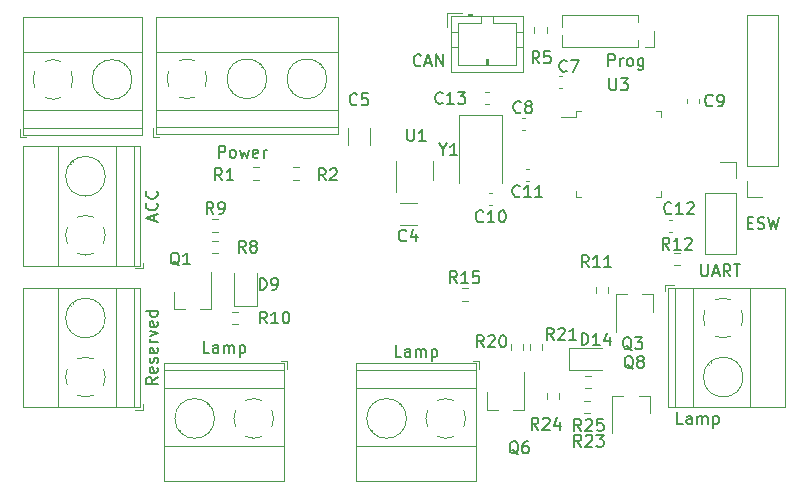
<source format=gbr>
%TF.GenerationSoftware,KiCad,Pcbnew,7.0.5*%
%TF.CreationDate,2023-08-16T19:13:53+03:00*%
%TF.ProjectId,lamps,6c616d70-732e-46b6-9963-61645f706362,rev?*%
%TF.SameCoordinates,Original*%
%TF.FileFunction,Legend,Top*%
%TF.FilePolarity,Positive*%
%FSLAX46Y46*%
G04 Gerber Fmt 4.6, Leading zero omitted, Abs format (unit mm)*
G04 Created by KiCad (PCBNEW 7.0.5) date 2023-08-16 19:13:53*
%MOMM*%
%LPD*%
G01*
G04 APERTURE LIST*
%ADD10C,0.150000*%
%ADD11C,0.120000*%
G04 APERTURE END LIST*
D10*
%TO.C,J11*%
X100988095Y-87294819D02*
X100511905Y-87294819D01*
X100511905Y-87294819D02*
X100511905Y-86294819D01*
X101750000Y-87294819D02*
X101750000Y-86771009D01*
X101750000Y-86771009D02*
X101702381Y-86675771D01*
X101702381Y-86675771D02*
X101607143Y-86628152D01*
X101607143Y-86628152D02*
X101416667Y-86628152D01*
X101416667Y-86628152D02*
X101321429Y-86675771D01*
X101750000Y-87247200D02*
X101654762Y-87294819D01*
X101654762Y-87294819D02*
X101416667Y-87294819D01*
X101416667Y-87294819D02*
X101321429Y-87247200D01*
X101321429Y-87247200D02*
X101273810Y-87151961D01*
X101273810Y-87151961D02*
X101273810Y-87056723D01*
X101273810Y-87056723D02*
X101321429Y-86961485D01*
X101321429Y-86961485D02*
X101416667Y-86913866D01*
X101416667Y-86913866D02*
X101654762Y-86913866D01*
X101654762Y-86913866D02*
X101750000Y-86866247D01*
X102226191Y-87294819D02*
X102226191Y-86628152D01*
X102226191Y-86723390D02*
X102273810Y-86675771D01*
X102273810Y-86675771D02*
X102369048Y-86628152D01*
X102369048Y-86628152D02*
X102511905Y-86628152D01*
X102511905Y-86628152D02*
X102607143Y-86675771D01*
X102607143Y-86675771D02*
X102654762Y-86771009D01*
X102654762Y-86771009D02*
X102654762Y-87294819D01*
X102654762Y-86771009D02*
X102702381Y-86675771D01*
X102702381Y-86675771D02*
X102797619Y-86628152D01*
X102797619Y-86628152D02*
X102940476Y-86628152D01*
X102940476Y-86628152D02*
X103035715Y-86675771D01*
X103035715Y-86675771D02*
X103083334Y-86771009D01*
X103083334Y-86771009D02*
X103083334Y-87294819D01*
X103559524Y-86628152D02*
X103559524Y-87628152D01*
X103559524Y-86675771D02*
X103654762Y-86628152D01*
X103654762Y-86628152D02*
X103845238Y-86628152D01*
X103845238Y-86628152D02*
X103940476Y-86675771D01*
X103940476Y-86675771D02*
X103988095Y-86723390D01*
X103988095Y-86723390D02*
X104035714Y-86818628D01*
X104035714Y-86818628D02*
X104035714Y-87104342D01*
X104035714Y-87104342D02*
X103988095Y-87199580D01*
X103988095Y-87199580D02*
X103940476Y-87247200D01*
X103940476Y-87247200D02*
X103845238Y-87294819D01*
X103845238Y-87294819D02*
X103654762Y-87294819D01*
X103654762Y-87294819D02*
X103559524Y-87247200D01*
%TO.C,J10*%
X124823695Y-92961619D02*
X124347505Y-92961619D01*
X124347505Y-92961619D02*
X124347505Y-91961619D01*
X125585600Y-92961619D02*
X125585600Y-92437809D01*
X125585600Y-92437809D02*
X125537981Y-92342571D01*
X125537981Y-92342571D02*
X125442743Y-92294952D01*
X125442743Y-92294952D02*
X125252267Y-92294952D01*
X125252267Y-92294952D02*
X125157029Y-92342571D01*
X125585600Y-92914000D02*
X125490362Y-92961619D01*
X125490362Y-92961619D02*
X125252267Y-92961619D01*
X125252267Y-92961619D02*
X125157029Y-92914000D01*
X125157029Y-92914000D02*
X125109410Y-92818761D01*
X125109410Y-92818761D02*
X125109410Y-92723523D01*
X125109410Y-92723523D02*
X125157029Y-92628285D01*
X125157029Y-92628285D02*
X125252267Y-92580666D01*
X125252267Y-92580666D02*
X125490362Y-92580666D01*
X125490362Y-92580666D02*
X125585600Y-92533047D01*
X126061791Y-92961619D02*
X126061791Y-92294952D01*
X126061791Y-92390190D02*
X126109410Y-92342571D01*
X126109410Y-92342571D02*
X126204648Y-92294952D01*
X126204648Y-92294952D02*
X126347505Y-92294952D01*
X126347505Y-92294952D02*
X126442743Y-92342571D01*
X126442743Y-92342571D02*
X126490362Y-92437809D01*
X126490362Y-92437809D02*
X126490362Y-92961619D01*
X126490362Y-92437809D02*
X126537981Y-92342571D01*
X126537981Y-92342571D02*
X126633219Y-92294952D01*
X126633219Y-92294952D02*
X126776076Y-92294952D01*
X126776076Y-92294952D02*
X126871315Y-92342571D01*
X126871315Y-92342571D02*
X126918934Y-92437809D01*
X126918934Y-92437809D02*
X126918934Y-92961619D01*
X127395124Y-92294952D02*
X127395124Y-93294952D01*
X127395124Y-92342571D02*
X127490362Y-92294952D01*
X127490362Y-92294952D02*
X127680838Y-92294952D01*
X127680838Y-92294952D02*
X127776076Y-92342571D01*
X127776076Y-92342571D02*
X127823695Y-92390190D01*
X127823695Y-92390190D02*
X127871314Y-92485428D01*
X127871314Y-92485428D02*
X127871314Y-92771142D01*
X127871314Y-92771142D02*
X127823695Y-92866380D01*
X127823695Y-92866380D02*
X127776076Y-92914000D01*
X127776076Y-92914000D02*
X127680838Y-92961619D01*
X127680838Y-92961619D02*
X127490362Y-92961619D01*
X127490362Y-92961619D02*
X127395124Y-92914000D01*
%TO.C,J9*%
X84738095Y-86954819D02*
X84261905Y-86954819D01*
X84261905Y-86954819D02*
X84261905Y-85954819D01*
X85500000Y-86954819D02*
X85500000Y-86431009D01*
X85500000Y-86431009D02*
X85452381Y-86335771D01*
X85452381Y-86335771D02*
X85357143Y-86288152D01*
X85357143Y-86288152D02*
X85166667Y-86288152D01*
X85166667Y-86288152D02*
X85071429Y-86335771D01*
X85500000Y-86907200D02*
X85404762Y-86954819D01*
X85404762Y-86954819D02*
X85166667Y-86954819D01*
X85166667Y-86954819D02*
X85071429Y-86907200D01*
X85071429Y-86907200D02*
X85023810Y-86811961D01*
X85023810Y-86811961D02*
X85023810Y-86716723D01*
X85023810Y-86716723D02*
X85071429Y-86621485D01*
X85071429Y-86621485D02*
X85166667Y-86573866D01*
X85166667Y-86573866D02*
X85404762Y-86573866D01*
X85404762Y-86573866D02*
X85500000Y-86526247D01*
X85976191Y-86954819D02*
X85976191Y-86288152D01*
X85976191Y-86383390D02*
X86023810Y-86335771D01*
X86023810Y-86335771D02*
X86119048Y-86288152D01*
X86119048Y-86288152D02*
X86261905Y-86288152D01*
X86261905Y-86288152D02*
X86357143Y-86335771D01*
X86357143Y-86335771D02*
X86404762Y-86431009D01*
X86404762Y-86431009D02*
X86404762Y-86954819D01*
X86404762Y-86431009D02*
X86452381Y-86335771D01*
X86452381Y-86335771D02*
X86547619Y-86288152D01*
X86547619Y-86288152D02*
X86690476Y-86288152D01*
X86690476Y-86288152D02*
X86785715Y-86335771D01*
X86785715Y-86335771D02*
X86833334Y-86431009D01*
X86833334Y-86431009D02*
X86833334Y-86954819D01*
X87309524Y-86288152D02*
X87309524Y-87288152D01*
X87309524Y-86335771D02*
X87404762Y-86288152D01*
X87404762Y-86288152D02*
X87595238Y-86288152D01*
X87595238Y-86288152D02*
X87690476Y-86335771D01*
X87690476Y-86335771D02*
X87738095Y-86383390D01*
X87738095Y-86383390D02*
X87785714Y-86478628D01*
X87785714Y-86478628D02*
X87785714Y-86764342D01*
X87785714Y-86764342D02*
X87738095Y-86859580D01*
X87738095Y-86859580D02*
X87690476Y-86907200D01*
X87690476Y-86907200D02*
X87595238Y-86954819D01*
X87595238Y-86954819D02*
X87404762Y-86954819D01*
X87404762Y-86954819D02*
X87309524Y-86907200D01*
%TO.C,J8*%
X80364819Y-89023810D02*
X79888628Y-89357143D01*
X80364819Y-89595238D02*
X79364819Y-89595238D01*
X79364819Y-89595238D02*
X79364819Y-89214286D01*
X79364819Y-89214286D02*
X79412438Y-89119048D01*
X79412438Y-89119048D02*
X79460057Y-89071429D01*
X79460057Y-89071429D02*
X79555295Y-89023810D01*
X79555295Y-89023810D02*
X79698152Y-89023810D01*
X79698152Y-89023810D02*
X79793390Y-89071429D01*
X79793390Y-89071429D02*
X79841009Y-89119048D01*
X79841009Y-89119048D02*
X79888628Y-89214286D01*
X79888628Y-89214286D02*
X79888628Y-89595238D01*
X80317200Y-88214286D02*
X80364819Y-88309524D01*
X80364819Y-88309524D02*
X80364819Y-88500000D01*
X80364819Y-88500000D02*
X80317200Y-88595238D01*
X80317200Y-88595238D02*
X80221961Y-88642857D01*
X80221961Y-88642857D02*
X79841009Y-88642857D01*
X79841009Y-88642857D02*
X79745771Y-88595238D01*
X79745771Y-88595238D02*
X79698152Y-88500000D01*
X79698152Y-88500000D02*
X79698152Y-88309524D01*
X79698152Y-88309524D02*
X79745771Y-88214286D01*
X79745771Y-88214286D02*
X79841009Y-88166667D01*
X79841009Y-88166667D02*
X79936247Y-88166667D01*
X79936247Y-88166667D02*
X80031485Y-88642857D01*
X80317200Y-87785714D02*
X80364819Y-87690476D01*
X80364819Y-87690476D02*
X80364819Y-87500000D01*
X80364819Y-87500000D02*
X80317200Y-87404762D01*
X80317200Y-87404762D02*
X80221961Y-87357143D01*
X80221961Y-87357143D02*
X80174342Y-87357143D01*
X80174342Y-87357143D02*
X80079104Y-87404762D01*
X80079104Y-87404762D02*
X80031485Y-87500000D01*
X80031485Y-87500000D02*
X80031485Y-87642857D01*
X80031485Y-87642857D02*
X79983866Y-87738095D01*
X79983866Y-87738095D02*
X79888628Y-87785714D01*
X79888628Y-87785714D02*
X79841009Y-87785714D01*
X79841009Y-87785714D02*
X79745771Y-87738095D01*
X79745771Y-87738095D02*
X79698152Y-87642857D01*
X79698152Y-87642857D02*
X79698152Y-87500000D01*
X79698152Y-87500000D02*
X79745771Y-87404762D01*
X80317200Y-86547619D02*
X80364819Y-86642857D01*
X80364819Y-86642857D02*
X80364819Y-86833333D01*
X80364819Y-86833333D02*
X80317200Y-86928571D01*
X80317200Y-86928571D02*
X80221961Y-86976190D01*
X80221961Y-86976190D02*
X79841009Y-86976190D01*
X79841009Y-86976190D02*
X79745771Y-86928571D01*
X79745771Y-86928571D02*
X79698152Y-86833333D01*
X79698152Y-86833333D02*
X79698152Y-86642857D01*
X79698152Y-86642857D02*
X79745771Y-86547619D01*
X79745771Y-86547619D02*
X79841009Y-86500000D01*
X79841009Y-86500000D02*
X79936247Y-86500000D01*
X79936247Y-86500000D02*
X80031485Y-86976190D01*
X80364819Y-86071428D02*
X79698152Y-86071428D01*
X79888628Y-86071428D02*
X79793390Y-86023809D01*
X79793390Y-86023809D02*
X79745771Y-85976190D01*
X79745771Y-85976190D02*
X79698152Y-85880952D01*
X79698152Y-85880952D02*
X79698152Y-85785714D01*
X79698152Y-85547618D02*
X80364819Y-85309523D01*
X80364819Y-85309523D02*
X79698152Y-85071428D01*
X80317200Y-84309523D02*
X80364819Y-84404761D01*
X80364819Y-84404761D02*
X80364819Y-84595237D01*
X80364819Y-84595237D02*
X80317200Y-84690475D01*
X80317200Y-84690475D02*
X80221961Y-84738094D01*
X80221961Y-84738094D02*
X79841009Y-84738094D01*
X79841009Y-84738094D02*
X79745771Y-84690475D01*
X79745771Y-84690475D02*
X79698152Y-84595237D01*
X79698152Y-84595237D02*
X79698152Y-84404761D01*
X79698152Y-84404761D02*
X79745771Y-84309523D01*
X79745771Y-84309523D02*
X79841009Y-84261904D01*
X79841009Y-84261904D02*
X79936247Y-84261904D01*
X79936247Y-84261904D02*
X80031485Y-84738094D01*
X80364819Y-83404761D02*
X79364819Y-83404761D01*
X80317200Y-83404761D02*
X80364819Y-83499999D01*
X80364819Y-83499999D02*
X80364819Y-83690475D01*
X80364819Y-83690475D02*
X80317200Y-83785713D01*
X80317200Y-83785713D02*
X80269580Y-83833332D01*
X80269580Y-83833332D02*
X80174342Y-83880951D01*
X80174342Y-83880951D02*
X79888628Y-83880951D01*
X79888628Y-83880951D02*
X79793390Y-83833332D01*
X79793390Y-83833332D02*
X79745771Y-83785713D01*
X79745771Y-83785713D02*
X79698152Y-83690475D01*
X79698152Y-83690475D02*
X79698152Y-83499999D01*
X79698152Y-83499999D02*
X79745771Y-83404761D01*
%TO.C,J7*%
X80079104Y-75738094D02*
X80079104Y-75261904D01*
X80364819Y-75833332D02*
X79364819Y-75499999D01*
X79364819Y-75499999D02*
X80364819Y-75166666D01*
X80269580Y-74261904D02*
X80317200Y-74309523D01*
X80317200Y-74309523D02*
X80364819Y-74452380D01*
X80364819Y-74452380D02*
X80364819Y-74547618D01*
X80364819Y-74547618D02*
X80317200Y-74690475D01*
X80317200Y-74690475D02*
X80221961Y-74785713D01*
X80221961Y-74785713D02*
X80126723Y-74833332D01*
X80126723Y-74833332D02*
X79936247Y-74880951D01*
X79936247Y-74880951D02*
X79793390Y-74880951D01*
X79793390Y-74880951D02*
X79602914Y-74833332D01*
X79602914Y-74833332D02*
X79507676Y-74785713D01*
X79507676Y-74785713D02*
X79412438Y-74690475D01*
X79412438Y-74690475D02*
X79364819Y-74547618D01*
X79364819Y-74547618D02*
X79364819Y-74452380D01*
X79364819Y-74452380D02*
X79412438Y-74309523D01*
X79412438Y-74309523D02*
X79460057Y-74261904D01*
X80269580Y-73261904D02*
X80317200Y-73309523D01*
X80317200Y-73309523D02*
X80364819Y-73452380D01*
X80364819Y-73452380D02*
X80364819Y-73547618D01*
X80364819Y-73547618D02*
X80317200Y-73690475D01*
X80317200Y-73690475D02*
X80221961Y-73785713D01*
X80221961Y-73785713D02*
X80126723Y-73833332D01*
X80126723Y-73833332D02*
X79936247Y-73880951D01*
X79936247Y-73880951D02*
X79793390Y-73880951D01*
X79793390Y-73880951D02*
X79602914Y-73833332D01*
X79602914Y-73833332D02*
X79507676Y-73785713D01*
X79507676Y-73785713D02*
X79412438Y-73690475D01*
X79412438Y-73690475D02*
X79364819Y-73547618D01*
X79364819Y-73547618D02*
X79364819Y-73452380D01*
X79364819Y-73452380D02*
X79412438Y-73309523D01*
X79412438Y-73309523D02*
X79460057Y-73261904D01*
%TO.C,R1*%
X85812333Y-72336819D02*
X85479000Y-71860628D01*
X85240905Y-72336819D02*
X85240905Y-71336819D01*
X85240905Y-71336819D02*
X85621857Y-71336819D01*
X85621857Y-71336819D02*
X85717095Y-71384438D01*
X85717095Y-71384438D02*
X85764714Y-71432057D01*
X85764714Y-71432057D02*
X85812333Y-71527295D01*
X85812333Y-71527295D02*
X85812333Y-71670152D01*
X85812333Y-71670152D02*
X85764714Y-71765390D01*
X85764714Y-71765390D02*
X85717095Y-71813009D01*
X85717095Y-71813009D02*
X85621857Y-71860628D01*
X85621857Y-71860628D02*
X85240905Y-71860628D01*
X86764714Y-72336819D02*
X86193286Y-72336819D01*
X86479000Y-72336819D02*
X86479000Y-71336819D01*
X86479000Y-71336819D02*
X86383762Y-71479676D01*
X86383762Y-71479676D02*
X86288524Y-71574914D01*
X86288524Y-71574914D02*
X86193286Y-71622533D01*
%TO.C,R23*%
X116222542Y-94892019D02*
X115889209Y-94415828D01*
X115651114Y-94892019D02*
X115651114Y-93892019D01*
X115651114Y-93892019D02*
X116032066Y-93892019D01*
X116032066Y-93892019D02*
X116127304Y-93939638D01*
X116127304Y-93939638D02*
X116174923Y-93987257D01*
X116174923Y-93987257D02*
X116222542Y-94082495D01*
X116222542Y-94082495D02*
X116222542Y-94225352D01*
X116222542Y-94225352D02*
X116174923Y-94320590D01*
X116174923Y-94320590D02*
X116127304Y-94368209D01*
X116127304Y-94368209D02*
X116032066Y-94415828D01*
X116032066Y-94415828D02*
X115651114Y-94415828D01*
X116603495Y-93987257D02*
X116651114Y-93939638D01*
X116651114Y-93939638D02*
X116746352Y-93892019D01*
X116746352Y-93892019D02*
X116984447Y-93892019D01*
X116984447Y-93892019D02*
X117079685Y-93939638D01*
X117079685Y-93939638D02*
X117127304Y-93987257D01*
X117127304Y-93987257D02*
X117174923Y-94082495D01*
X117174923Y-94082495D02*
X117174923Y-94177733D01*
X117174923Y-94177733D02*
X117127304Y-94320590D01*
X117127304Y-94320590D02*
X116555876Y-94892019D01*
X116555876Y-94892019D02*
X117174923Y-94892019D01*
X117508257Y-93892019D02*
X118127304Y-93892019D01*
X118127304Y-93892019D02*
X117793971Y-94272971D01*
X117793971Y-94272971D02*
X117936828Y-94272971D01*
X117936828Y-94272971D02*
X118032066Y-94320590D01*
X118032066Y-94320590D02*
X118079685Y-94368209D01*
X118079685Y-94368209D02*
X118127304Y-94463447D01*
X118127304Y-94463447D02*
X118127304Y-94701542D01*
X118127304Y-94701542D02*
X118079685Y-94796780D01*
X118079685Y-94796780D02*
X118032066Y-94844400D01*
X118032066Y-94844400D02*
X117936828Y-94892019D01*
X117936828Y-94892019D02*
X117651114Y-94892019D01*
X117651114Y-94892019D02*
X117555876Y-94844400D01*
X117555876Y-94844400D02*
X117508257Y-94796780D01*
%TO.C,D9*%
X89011905Y-81619019D02*
X89011905Y-80619019D01*
X89011905Y-80619019D02*
X89250000Y-80619019D01*
X89250000Y-80619019D02*
X89392857Y-80666638D01*
X89392857Y-80666638D02*
X89488095Y-80761876D01*
X89488095Y-80761876D02*
X89535714Y-80857114D01*
X89535714Y-80857114D02*
X89583333Y-81047590D01*
X89583333Y-81047590D02*
X89583333Y-81190447D01*
X89583333Y-81190447D02*
X89535714Y-81380923D01*
X89535714Y-81380923D02*
X89488095Y-81476161D01*
X89488095Y-81476161D02*
X89392857Y-81571400D01*
X89392857Y-81571400D02*
X89250000Y-81619019D01*
X89250000Y-81619019D02*
X89011905Y-81619019D01*
X90059524Y-81619019D02*
X90250000Y-81619019D01*
X90250000Y-81619019D02*
X90345238Y-81571400D01*
X90345238Y-81571400D02*
X90392857Y-81523780D01*
X90392857Y-81523780D02*
X90488095Y-81380923D01*
X90488095Y-81380923D02*
X90535714Y-81190447D01*
X90535714Y-81190447D02*
X90535714Y-80809495D01*
X90535714Y-80809495D02*
X90488095Y-80714257D01*
X90488095Y-80714257D02*
X90440476Y-80666638D01*
X90440476Y-80666638D02*
X90345238Y-80619019D01*
X90345238Y-80619019D02*
X90154762Y-80619019D01*
X90154762Y-80619019D02*
X90059524Y-80666638D01*
X90059524Y-80666638D02*
X90011905Y-80714257D01*
X90011905Y-80714257D02*
X89964286Y-80809495D01*
X89964286Y-80809495D02*
X89964286Y-81047590D01*
X89964286Y-81047590D02*
X90011905Y-81142828D01*
X90011905Y-81142828D02*
X90059524Y-81190447D01*
X90059524Y-81190447D02*
X90154762Y-81238066D01*
X90154762Y-81238066D02*
X90345238Y-81238066D01*
X90345238Y-81238066D02*
X90440476Y-81190447D01*
X90440476Y-81190447D02*
X90488095Y-81142828D01*
X90488095Y-81142828D02*
X90535714Y-81047590D01*
%TO.C,R15*%
X105705042Y-81041419D02*
X105371709Y-80565228D01*
X105133614Y-81041419D02*
X105133614Y-80041419D01*
X105133614Y-80041419D02*
X105514566Y-80041419D01*
X105514566Y-80041419D02*
X105609804Y-80089038D01*
X105609804Y-80089038D02*
X105657423Y-80136657D01*
X105657423Y-80136657D02*
X105705042Y-80231895D01*
X105705042Y-80231895D02*
X105705042Y-80374752D01*
X105705042Y-80374752D02*
X105657423Y-80469990D01*
X105657423Y-80469990D02*
X105609804Y-80517609D01*
X105609804Y-80517609D02*
X105514566Y-80565228D01*
X105514566Y-80565228D02*
X105133614Y-80565228D01*
X106657423Y-81041419D02*
X106085995Y-81041419D01*
X106371709Y-81041419D02*
X106371709Y-80041419D01*
X106371709Y-80041419D02*
X106276471Y-80184276D01*
X106276471Y-80184276D02*
X106181233Y-80279514D01*
X106181233Y-80279514D02*
X106085995Y-80327133D01*
X107562185Y-80041419D02*
X107085995Y-80041419D01*
X107085995Y-80041419D02*
X107038376Y-80517609D01*
X107038376Y-80517609D02*
X107085995Y-80469990D01*
X107085995Y-80469990D02*
X107181233Y-80422371D01*
X107181233Y-80422371D02*
X107419328Y-80422371D01*
X107419328Y-80422371D02*
X107514566Y-80469990D01*
X107514566Y-80469990D02*
X107562185Y-80517609D01*
X107562185Y-80517609D02*
X107609804Y-80612847D01*
X107609804Y-80612847D02*
X107609804Y-80850942D01*
X107609804Y-80850942D02*
X107562185Y-80946180D01*
X107562185Y-80946180D02*
X107514566Y-80993800D01*
X107514566Y-80993800D02*
X107419328Y-81041419D01*
X107419328Y-81041419D02*
X107181233Y-81041419D01*
X107181233Y-81041419D02*
X107085995Y-80993800D01*
X107085995Y-80993800D02*
X107038376Y-80946180D01*
%TO.C,C13*%
X104487742Y-65764580D02*
X104440123Y-65812200D01*
X104440123Y-65812200D02*
X104297266Y-65859819D01*
X104297266Y-65859819D02*
X104202028Y-65859819D01*
X104202028Y-65859819D02*
X104059171Y-65812200D01*
X104059171Y-65812200D02*
X103963933Y-65716961D01*
X103963933Y-65716961D02*
X103916314Y-65621723D01*
X103916314Y-65621723D02*
X103868695Y-65431247D01*
X103868695Y-65431247D02*
X103868695Y-65288390D01*
X103868695Y-65288390D02*
X103916314Y-65097914D01*
X103916314Y-65097914D02*
X103963933Y-65002676D01*
X103963933Y-65002676D02*
X104059171Y-64907438D01*
X104059171Y-64907438D02*
X104202028Y-64859819D01*
X104202028Y-64859819D02*
X104297266Y-64859819D01*
X104297266Y-64859819D02*
X104440123Y-64907438D01*
X104440123Y-64907438D02*
X104487742Y-64955057D01*
X105440123Y-65859819D02*
X104868695Y-65859819D01*
X105154409Y-65859819D02*
X105154409Y-64859819D01*
X105154409Y-64859819D02*
X105059171Y-65002676D01*
X105059171Y-65002676D02*
X104963933Y-65097914D01*
X104963933Y-65097914D02*
X104868695Y-65145533D01*
X105773457Y-64859819D02*
X106392504Y-64859819D01*
X106392504Y-64859819D02*
X106059171Y-65240771D01*
X106059171Y-65240771D02*
X106202028Y-65240771D01*
X106202028Y-65240771D02*
X106297266Y-65288390D01*
X106297266Y-65288390D02*
X106344885Y-65336009D01*
X106344885Y-65336009D02*
X106392504Y-65431247D01*
X106392504Y-65431247D02*
X106392504Y-65669342D01*
X106392504Y-65669342D02*
X106344885Y-65764580D01*
X106344885Y-65764580D02*
X106297266Y-65812200D01*
X106297266Y-65812200D02*
X106202028Y-65859819D01*
X106202028Y-65859819D02*
X105916314Y-65859819D01*
X105916314Y-65859819D02*
X105821076Y-65812200D01*
X105821076Y-65812200D02*
X105773457Y-65764580D01*
%TO.C,Q6*%
X110904761Y-95550057D02*
X110809523Y-95502438D01*
X110809523Y-95502438D02*
X110714285Y-95407200D01*
X110714285Y-95407200D02*
X110571428Y-95264342D01*
X110571428Y-95264342D02*
X110476190Y-95216723D01*
X110476190Y-95216723D02*
X110380952Y-95216723D01*
X110428571Y-95454819D02*
X110333333Y-95407200D01*
X110333333Y-95407200D02*
X110238095Y-95311961D01*
X110238095Y-95311961D02*
X110190476Y-95121485D01*
X110190476Y-95121485D02*
X110190476Y-94788152D01*
X110190476Y-94788152D02*
X110238095Y-94597676D01*
X110238095Y-94597676D02*
X110333333Y-94502438D01*
X110333333Y-94502438D02*
X110428571Y-94454819D01*
X110428571Y-94454819D02*
X110619047Y-94454819D01*
X110619047Y-94454819D02*
X110714285Y-94502438D01*
X110714285Y-94502438D02*
X110809523Y-94597676D01*
X110809523Y-94597676D02*
X110857142Y-94788152D01*
X110857142Y-94788152D02*
X110857142Y-95121485D01*
X110857142Y-95121485D02*
X110809523Y-95311961D01*
X110809523Y-95311961D02*
X110714285Y-95407200D01*
X110714285Y-95407200D02*
X110619047Y-95454819D01*
X110619047Y-95454819D02*
X110428571Y-95454819D01*
X111714285Y-94454819D02*
X111523809Y-94454819D01*
X111523809Y-94454819D02*
X111428571Y-94502438D01*
X111428571Y-94502438D02*
X111380952Y-94550057D01*
X111380952Y-94550057D02*
X111285714Y-94692914D01*
X111285714Y-94692914D02*
X111238095Y-94883390D01*
X111238095Y-94883390D02*
X111238095Y-95264342D01*
X111238095Y-95264342D02*
X111285714Y-95359580D01*
X111285714Y-95359580D02*
X111333333Y-95407200D01*
X111333333Y-95407200D02*
X111428571Y-95454819D01*
X111428571Y-95454819D02*
X111619047Y-95454819D01*
X111619047Y-95454819D02*
X111714285Y-95407200D01*
X111714285Y-95407200D02*
X111761904Y-95359580D01*
X111761904Y-95359580D02*
X111809523Y-95264342D01*
X111809523Y-95264342D02*
X111809523Y-95026247D01*
X111809523Y-95026247D02*
X111761904Y-94931009D01*
X111761904Y-94931009D02*
X111714285Y-94883390D01*
X111714285Y-94883390D02*
X111619047Y-94835771D01*
X111619047Y-94835771D02*
X111428571Y-94835771D01*
X111428571Y-94835771D02*
X111333333Y-94883390D01*
X111333333Y-94883390D02*
X111285714Y-94931009D01*
X111285714Y-94931009D02*
X111238095Y-95026247D01*
%TO.C,Q3*%
X120503961Y-86732257D02*
X120408723Y-86684638D01*
X120408723Y-86684638D02*
X120313485Y-86589400D01*
X120313485Y-86589400D02*
X120170628Y-86446542D01*
X120170628Y-86446542D02*
X120075390Y-86398923D01*
X120075390Y-86398923D02*
X119980152Y-86398923D01*
X120027771Y-86637019D02*
X119932533Y-86589400D01*
X119932533Y-86589400D02*
X119837295Y-86494161D01*
X119837295Y-86494161D02*
X119789676Y-86303685D01*
X119789676Y-86303685D02*
X119789676Y-85970352D01*
X119789676Y-85970352D02*
X119837295Y-85779876D01*
X119837295Y-85779876D02*
X119932533Y-85684638D01*
X119932533Y-85684638D02*
X120027771Y-85637019D01*
X120027771Y-85637019D02*
X120218247Y-85637019D01*
X120218247Y-85637019D02*
X120313485Y-85684638D01*
X120313485Y-85684638D02*
X120408723Y-85779876D01*
X120408723Y-85779876D02*
X120456342Y-85970352D01*
X120456342Y-85970352D02*
X120456342Y-86303685D01*
X120456342Y-86303685D02*
X120408723Y-86494161D01*
X120408723Y-86494161D02*
X120313485Y-86589400D01*
X120313485Y-86589400D02*
X120218247Y-86637019D01*
X120218247Y-86637019D02*
X120027771Y-86637019D01*
X120789676Y-85637019D02*
X121408723Y-85637019D01*
X121408723Y-85637019D02*
X121075390Y-86017971D01*
X121075390Y-86017971D02*
X121218247Y-86017971D01*
X121218247Y-86017971D02*
X121313485Y-86065590D01*
X121313485Y-86065590D02*
X121361104Y-86113209D01*
X121361104Y-86113209D02*
X121408723Y-86208447D01*
X121408723Y-86208447D02*
X121408723Y-86446542D01*
X121408723Y-86446542D02*
X121361104Y-86541780D01*
X121361104Y-86541780D02*
X121313485Y-86589400D01*
X121313485Y-86589400D02*
X121218247Y-86637019D01*
X121218247Y-86637019D02*
X120932533Y-86637019D01*
X120932533Y-86637019D02*
X120837295Y-86589400D01*
X120837295Y-86589400D02*
X120789676Y-86541780D01*
%TO.C,Q8*%
X120630961Y-88307057D02*
X120535723Y-88259438D01*
X120535723Y-88259438D02*
X120440485Y-88164200D01*
X120440485Y-88164200D02*
X120297628Y-88021342D01*
X120297628Y-88021342D02*
X120202390Y-87973723D01*
X120202390Y-87973723D02*
X120107152Y-87973723D01*
X120154771Y-88211819D02*
X120059533Y-88164200D01*
X120059533Y-88164200D02*
X119964295Y-88068961D01*
X119964295Y-88068961D02*
X119916676Y-87878485D01*
X119916676Y-87878485D02*
X119916676Y-87545152D01*
X119916676Y-87545152D02*
X119964295Y-87354676D01*
X119964295Y-87354676D02*
X120059533Y-87259438D01*
X120059533Y-87259438D02*
X120154771Y-87211819D01*
X120154771Y-87211819D02*
X120345247Y-87211819D01*
X120345247Y-87211819D02*
X120440485Y-87259438D01*
X120440485Y-87259438D02*
X120535723Y-87354676D01*
X120535723Y-87354676D02*
X120583342Y-87545152D01*
X120583342Y-87545152D02*
X120583342Y-87878485D01*
X120583342Y-87878485D02*
X120535723Y-88068961D01*
X120535723Y-88068961D02*
X120440485Y-88164200D01*
X120440485Y-88164200D02*
X120345247Y-88211819D01*
X120345247Y-88211819D02*
X120154771Y-88211819D01*
X121154771Y-87640390D02*
X121059533Y-87592771D01*
X121059533Y-87592771D02*
X121011914Y-87545152D01*
X121011914Y-87545152D02*
X120964295Y-87449914D01*
X120964295Y-87449914D02*
X120964295Y-87402295D01*
X120964295Y-87402295D02*
X121011914Y-87307057D01*
X121011914Y-87307057D02*
X121059533Y-87259438D01*
X121059533Y-87259438D02*
X121154771Y-87211819D01*
X121154771Y-87211819D02*
X121345247Y-87211819D01*
X121345247Y-87211819D02*
X121440485Y-87259438D01*
X121440485Y-87259438D02*
X121488104Y-87307057D01*
X121488104Y-87307057D02*
X121535723Y-87402295D01*
X121535723Y-87402295D02*
X121535723Y-87449914D01*
X121535723Y-87449914D02*
X121488104Y-87545152D01*
X121488104Y-87545152D02*
X121440485Y-87592771D01*
X121440485Y-87592771D02*
X121345247Y-87640390D01*
X121345247Y-87640390D02*
X121154771Y-87640390D01*
X121154771Y-87640390D02*
X121059533Y-87688009D01*
X121059533Y-87688009D02*
X121011914Y-87735628D01*
X121011914Y-87735628D02*
X120964295Y-87830866D01*
X120964295Y-87830866D02*
X120964295Y-88021342D01*
X120964295Y-88021342D02*
X121011914Y-88116580D01*
X121011914Y-88116580D02*
X121059533Y-88164200D01*
X121059533Y-88164200D02*
X121154771Y-88211819D01*
X121154771Y-88211819D02*
X121345247Y-88211819D01*
X121345247Y-88211819D02*
X121440485Y-88164200D01*
X121440485Y-88164200D02*
X121488104Y-88116580D01*
X121488104Y-88116580D02*
X121535723Y-88021342D01*
X121535723Y-88021342D02*
X121535723Y-87830866D01*
X121535723Y-87830866D02*
X121488104Y-87735628D01*
X121488104Y-87735628D02*
X121440485Y-87688009D01*
X121440485Y-87688009D02*
X121345247Y-87640390D01*
%TO.C,Y1*%
X104527409Y-69722828D02*
X104527409Y-70199019D01*
X104194076Y-69199019D02*
X104527409Y-69722828D01*
X104527409Y-69722828D02*
X104860742Y-69199019D01*
X105717885Y-70199019D02*
X105146457Y-70199019D01*
X105432171Y-70199019D02*
X105432171Y-69199019D01*
X105432171Y-69199019D02*
X105336933Y-69341876D01*
X105336933Y-69341876D02*
X105241695Y-69437114D01*
X105241695Y-69437114D02*
X105146457Y-69484733D01*
%TO.C,U3*%
X118618095Y-63708819D02*
X118618095Y-64518342D01*
X118618095Y-64518342D02*
X118665714Y-64613580D01*
X118665714Y-64613580D02*
X118713333Y-64661200D01*
X118713333Y-64661200D02*
X118808571Y-64708819D01*
X118808571Y-64708819D02*
X118999047Y-64708819D01*
X118999047Y-64708819D02*
X119094285Y-64661200D01*
X119094285Y-64661200D02*
X119141904Y-64613580D01*
X119141904Y-64613580D02*
X119189523Y-64518342D01*
X119189523Y-64518342D02*
X119189523Y-63708819D01*
X119570476Y-63708819D02*
X120189523Y-63708819D01*
X120189523Y-63708819D02*
X119856190Y-64089771D01*
X119856190Y-64089771D02*
X119999047Y-64089771D01*
X119999047Y-64089771D02*
X120094285Y-64137390D01*
X120094285Y-64137390D02*
X120141904Y-64185009D01*
X120141904Y-64185009D02*
X120189523Y-64280247D01*
X120189523Y-64280247D02*
X120189523Y-64518342D01*
X120189523Y-64518342D02*
X120141904Y-64613580D01*
X120141904Y-64613580D02*
X120094285Y-64661200D01*
X120094285Y-64661200D02*
X119999047Y-64708819D01*
X119999047Y-64708819D02*
X119713333Y-64708819D01*
X119713333Y-64708819D02*
X119618095Y-64661200D01*
X119618095Y-64661200D02*
X119570476Y-64613580D01*
%TO.C,R20*%
X107967542Y-86459219D02*
X107634209Y-85983028D01*
X107396114Y-86459219D02*
X107396114Y-85459219D01*
X107396114Y-85459219D02*
X107777066Y-85459219D01*
X107777066Y-85459219D02*
X107872304Y-85506838D01*
X107872304Y-85506838D02*
X107919923Y-85554457D01*
X107919923Y-85554457D02*
X107967542Y-85649695D01*
X107967542Y-85649695D02*
X107967542Y-85792552D01*
X107967542Y-85792552D02*
X107919923Y-85887790D01*
X107919923Y-85887790D02*
X107872304Y-85935409D01*
X107872304Y-85935409D02*
X107777066Y-85983028D01*
X107777066Y-85983028D02*
X107396114Y-85983028D01*
X108348495Y-85554457D02*
X108396114Y-85506838D01*
X108396114Y-85506838D02*
X108491352Y-85459219D01*
X108491352Y-85459219D02*
X108729447Y-85459219D01*
X108729447Y-85459219D02*
X108824685Y-85506838D01*
X108824685Y-85506838D02*
X108872304Y-85554457D01*
X108872304Y-85554457D02*
X108919923Y-85649695D01*
X108919923Y-85649695D02*
X108919923Y-85744933D01*
X108919923Y-85744933D02*
X108872304Y-85887790D01*
X108872304Y-85887790D02*
X108300876Y-86459219D01*
X108300876Y-86459219D02*
X108919923Y-86459219D01*
X109538971Y-85459219D02*
X109634209Y-85459219D01*
X109634209Y-85459219D02*
X109729447Y-85506838D01*
X109729447Y-85506838D02*
X109777066Y-85554457D01*
X109777066Y-85554457D02*
X109824685Y-85649695D01*
X109824685Y-85649695D02*
X109872304Y-85840171D01*
X109872304Y-85840171D02*
X109872304Y-86078266D01*
X109872304Y-86078266D02*
X109824685Y-86268742D01*
X109824685Y-86268742D02*
X109777066Y-86363980D01*
X109777066Y-86363980D02*
X109729447Y-86411600D01*
X109729447Y-86411600D02*
X109634209Y-86459219D01*
X109634209Y-86459219D02*
X109538971Y-86459219D01*
X109538971Y-86459219D02*
X109443733Y-86411600D01*
X109443733Y-86411600D02*
X109396114Y-86363980D01*
X109396114Y-86363980D02*
X109348495Y-86268742D01*
X109348495Y-86268742D02*
X109300876Y-86078266D01*
X109300876Y-86078266D02*
X109300876Y-85840171D01*
X109300876Y-85840171D02*
X109348495Y-85649695D01*
X109348495Y-85649695D02*
X109396114Y-85554457D01*
X109396114Y-85554457D02*
X109443733Y-85506838D01*
X109443733Y-85506838D02*
X109538971Y-85459219D01*
%TO.C,R11*%
X116857142Y-79704819D02*
X116523809Y-79228628D01*
X116285714Y-79704819D02*
X116285714Y-78704819D01*
X116285714Y-78704819D02*
X116666666Y-78704819D01*
X116666666Y-78704819D02*
X116761904Y-78752438D01*
X116761904Y-78752438D02*
X116809523Y-78800057D01*
X116809523Y-78800057D02*
X116857142Y-78895295D01*
X116857142Y-78895295D02*
X116857142Y-79038152D01*
X116857142Y-79038152D02*
X116809523Y-79133390D01*
X116809523Y-79133390D02*
X116761904Y-79181009D01*
X116761904Y-79181009D02*
X116666666Y-79228628D01*
X116666666Y-79228628D02*
X116285714Y-79228628D01*
X117809523Y-79704819D02*
X117238095Y-79704819D01*
X117523809Y-79704819D02*
X117523809Y-78704819D01*
X117523809Y-78704819D02*
X117428571Y-78847676D01*
X117428571Y-78847676D02*
X117333333Y-78942914D01*
X117333333Y-78942914D02*
X117238095Y-78990533D01*
X118761904Y-79704819D02*
X118190476Y-79704819D01*
X118476190Y-79704819D02*
X118476190Y-78704819D01*
X118476190Y-78704819D02*
X118380952Y-78847676D01*
X118380952Y-78847676D02*
X118285714Y-78942914D01*
X118285714Y-78942914D02*
X118190476Y-78990533D01*
%TO.C,R24*%
X112590342Y-93444219D02*
X112257009Y-92968028D01*
X112018914Y-93444219D02*
X112018914Y-92444219D01*
X112018914Y-92444219D02*
X112399866Y-92444219D01*
X112399866Y-92444219D02*
X112495104Y-92491838D01*
X112495104Y-92491838D02*
X112542723Y-92539457D01*
X112542723Y-92539457D02*
X112590342Y-92634695D01*
X112590342Y-92634695D02*
X112590342Y-92777552D01*
X112590342Y-92777552D02*
X112542723Y-92872790D01*
X112542723Y-92872790D02*
X112495104Y-92920409D01*
X112495104Y-92920409D02*
X112399866Y-92968028D01*
X112399866Y-92968028D02*
X112018914Y-92968028D01*
X112971295Y-92539457D02*
X113018914Y-92491838D01*
X113018914Y-92491838D02*
X113114152Y-92444219D01*
X113114152Y-92444219D02*
X113352247Y-92444219D01*
X113352247Y-92444219D02*
X113447485Y-92491838D01*
X113447485Y-92491838D02*
X113495104Y-92539457D01*
X113495104Y-92539457D02*
X113542723Y-92634695D01*
X113542723Y-92634695D02*
X113542723Y-92729933D01*
X113542723Y-92729933D02*
X113495104Y-92872790D01*
X113495104Y-92872790D02*
X112923676Y-93444219D01*
X112923676Y-93444219D02*
X113542723Y-93444219D01*
X114399866Y-92777552D02*
X114399866Y-93444219D01*
X114161771Y-92396600D02*
X113923676Y-93110885D01*
X113923676Y-93110885D02*
X114542723Y-93110885D01*
%TO.C,C11*%
X111016642Y-73671580D02*
X110969023Y-73719200D01*
X110969023Y-73719200D02*
X110826166Y-73766819D01*
X110826166Y-73766819D02*
X110730928Y-73766819D01*
X110730928Y-73766819D02*
X110588071Y-73719200D01*
X110588071Y-73719200D02*
X110492833Y-73623961D01*
X110492833Y-73623961D02*
X110445214Y-73528723D01*
X110445214Y-73528723D02*
X110397595Y-73338247D01*
X110397595Y-73338247D02*
X110397595Y-73195390D01*
X110397595Y-73195390D02*
X110445214Y-73004914D01*
X110445214Y-73004914D02*
X110492833Y-72909676D01*
X110492833Y-72909676D02*
X110588071Y-72814438D01*
X110588071Y-72814438D02*
X110730928Y-72766819D01*
X110730928Y-72766819D02*
X110826166Y-72766819D01*
X110826166Y-72766819D02*
X110969023Y-72814438D01*
X110969023Y-72814438D02*
X111016642Y-72862057D01*
X111969023Y-73766819D02*
X111397595Y-73766819D01*
X111683309Y-73766819D02*
X111683309Y-72766819D01*
X111683309Y-72766819D02*
X111588071Y-72909676D01*
X111588071Y-72909676D02*
X111492833Y-73004914D01*
X111492833Y-73004914D02*
X111397595Y-73052533D01*
X112921404Y-73766819D02*
X112349976Y-73766819D01*
X112635690Y-73766819D02*
X112635690Y-72766819D01*
X112635690Y-72766819D02*
X112540452Y-72909676D01*
X112540452Y-72909676D02*
X112445214Y-73004914D01*
X112445214Y-73004914D02*
X112349976Y-73052533D01*
%TO.C,J5*%
X130310095Y-75931009D02*
X130643428Y-75931009D01*
X130786285Y-76454819D02*
X130310095Y-76454819D01*
X130310095Y-76454819D02*
X130310095Y-75454819D01*
X130310095Y-75454819D02*
X130786285Y-75454819D01*
X131167238Y-76407200D02*
X131310095Y-76454819D01*
X131310095Y-76454819D02*
X131548190Y-76454819D01*
X131548190Y-76454819D02*
X131643428Y-76407200D01*
X131643428Y-76407200D02*
X131691047Y-76359580D01*
X131691047Y-76359580D02*
X131738666Y-76264342D01*
X131738666Y-76264342D02*
X131738666Y-76169104D01*
X131738666Y-76169104D02*
X131691047Y-76073866D01*
X131691047Y-76073866D02*
X131643428Y-76026247D01*
X131643428Y-76026247D02*
X131548190Y-75978628D01*
X131548190Y-75978628D02*
X131357714Y-75931009D01*
X131357714Y-75931009D02*
X131262476Y-75883390D01*
X131262476Y-75883390D02*
X131214857Y-75835771D01*
X131214857Y-75835771D02*
X131167238Y-75740533D01*
X131167238Y-75740533D02*
X131167238Y-75645295D01*
X131167238Y-75645295D02*
X131214857Y-75550057D01*
X131214857Y-75550057D02*
X131262476Y-75502438D01*
X131262476Y-75502438D02*
X131357714Y-75454819D01*
X131357714Y-75454819D02*
X131595809Y-75454819D01*
X131595809Y-75454819D02*
X131738666Y-75502438D01*
X132072000Y-75454819D02*
X132310095Y-76454819D01*
X132310095Y-76454819D02*
X132500571Y-75740533D01*
X132500571Y-75740533D02*
X132691047Y-76454819D01*
X132691047Y-76454819D02*
X132929143Y-75454819D01*
%TO.C,R9*%
X85091733Y-75183219D02*
X84758400Y-74707028D01*
X84520305Y-75183219D02*
X84520305Y-74183219D01*
X84520305Y-74183219D02*
X84901257Y-74183219D01*
X84901257Y-74183219D02*
X84996495Y-74230838D01*
X84996495Y-74230838D02*
X85044114Y-74278457D01*
X85044114Y-74278457D02*
X85091733Y-74373695D01*
X85091733Y-74373695D02*
X85091733Y-74516552D01*
X85091733Y-74516552D02*
X85044114Y-74611790D01*
X85044114Y-74611790D02*
X84996495Y-74659409D01*
X84996495Y-74659409D02*
X84901257Y-74707028D01*
X84901257Y-74707028D02*
X84520305Y-74707028D01*
X85567924Y-75183219D02*
X85758400Y-75183219D01*
X85758400Y-75183219D02*
X85853638Y-75135600D01*
X85853638Y-75135600D02*
X85901257Y-75087980D01*
X85901257Y-75087980D02*
X85996495Y-74945123D01*
X85996495Y-74945123D02*
X86044114Y-74754647D01*
X86044114Y-74754647D02*
X86044114Y-74373695D01*
X86044114Y-74373695D02*
X85996495Y-74278457D01*
X85996495Y-74278457D02*
X85948876Y-74230838D01*
X85948876Y-74230838D02*
X85853638Y-74183219D01*
X85853638Y-74183219D02*
X85663162Y-74183219D01*
X85663162Y-74183219D02*
X85567924Y-74230838D01*
X85567924Y-74230838D02*
X85520305Y-74278457D01*
X85520305Y-74278457D02*
X85472686Y-74373695D01*
X85472686Y-74373695D02*
X85472686Y-74611790D01*
X85472686Y-74611790D02*
X85520305Y-74707028D01*
X85520305Y-74707028D02*
X85567924Y-74754647D01*
X85567924Y-74754647D02*
X85663162Y-74802266D01*
X85663162Y-74802266D02*
X85853638Y-74802266D01*
X85853638Y-74802266D02*
X85948876Y-74754647D01*
X85948876Y-74754647D02*
X85996495Y-74707028D01*
X85996495Y-74707028D02*
X86044114Y-74611790D01*
%TO.C,U1*%
X101498495Y-68009419D02*
X101498495Y-68818942D01*
X101498495Y-68818942D02*
X101546114Y-68914180D01*
X101546114Y-68914180D02*
X101593733Y-68961800D01*
X101593733Y-68961800D02*
X101688971Y-69009419D01*
X101688971Y-69009419D02*
X101879447Y-69009419D01*
X101879447Y-69009419D02*
X101974685Y-68961800D01*
X101974685Y-68961800D02*
X102022304Y-68914180D01*
X102022304Y-68914180D02*
X102069923Y-68818942D01*
X102069923Y-68818942D02*
X102069923Y-68009419D01*
X103069923Y-69009419D02*
X102498495Y-69009419D01*
X102784209Y-69009419D02*
X102784209Y-68009419D01*
X102784209Y-68009419D02*
X102688971Y-68152276D01*
X102688971Y-68152276D02*
X102593733Y-68247514D01*
X102593733Y-68247514D02*
X102498495Y-68295133D01*
%TO.C,R5*%
X112683633Y-62428919D02*
X112350300Y-61952728D01*
X112112205Y-62428919D02*
X112112205Y-61428919D01*
X112112205Y-61428919D02*
X112493157Y-61428919D01*
X112493157Y-61428919D02*
X112588395Y-61476538D01*
X112588395Y-61476538D02*
X112636014Y-61524157D01*
X112636014Y-61524157D02*
X112683633Y-61619395D01*
X112683633Y-61619395D02*
X112683633Y-61762252D01*
X112683633Y-61762252D02*
X112636014Y-61857490D01*
X112636014Y-61857490D02*
X112588395Y-61905109D01*
X112588395Y-61905109D02*
X112493157Y-61952728D01*
X112493157Y-61952728D02*
X112112205Y-61952728D01*
X113588395Y-61428919D02*
X113112205Y-61428919D01*
X113112205Y-61428919D02*
X113064586Y-61905109D01*
X113064586Y-61905109D02*
X113112205Y-61857490D01*
X113112205Y-61857490D02*
X113207443Y-61809871D01*
X113207443Y-61809871D02*
X113445538Y-61809871D01*
X113445538Y-61809871D02*
X113540776Y-61857490D01*
X113540776Y-61857490D02*
X113588395Y-61905109D01*
X113588395Y-61905109D02*
X113636014Y-62000347D01*
X113636014Y-62000347D02*
X113636014Y-62238442D01*
X113636014Y-62238442D02*
X113588395Y-62333680D01*
X113588395Y-62333680D02*
X113540776Y-62381300D01*
X113540776Y-62381300D02*
X113445538Y-62428919D01*
X113445538Y-62428919D02*
X113207443Y-62428919D01*
X113207443Y-62428919D02*
X113112205Y-62381300D01*
X113112205Y-62381300D02*
X113064586Y-62333680D01*
%TO.C,J2*%
X126369962Y-79464819D02*
X126369962Y-80274342D01*
X126369962Y-80274342D02*
X126417581Y-80369580D01*
X126417581Y-80369580D02*
X126465200Y-80417200D01*
X126465200Y-80417200D02*
X126560438Y-80464819D01*
X126560438Y-80464819D02*
X126750914Y-80464819D01*
X126750914Y-80464819D02*
X126846152Y-80417200D01*
X126846152Y-80417200D02*
X126893771Y-80369580D01*
X126893771Y-80369580D02*
X126941390Y-80274342D01*
X126941390Y-80274342D02*
X126941390Y-79464819D01*
X127369962Y-80179104D02*
X127846152Y-80179104D01*
X127274724Y-80464819D02*
X127608057Y-79464819D01*
X127608057Y-79464819D02*
X127941390Y-80464819D01*
X128846152Y-80464819D02*
X128512819Y-79988628D01*
X128274724Y-80464819D02*
X128274724Y-79464819D01*
X128274724Y-79464819D02*
X128655676Y-79464819D01*
X128655676Y-79464819D02*
X128750914Y-79512438D01*
X128750914Y-79512438D02*
X128798533Y-79560057D01*
X128798533Y-79560057D02*
X128846152Y-79655295D01*
X128846152Y-79655295D02*
X128846152Y-79798152D01*
X128846152Y-79798152D02*
X128798533Y-79893390D01*
X128798533Y-79893390D02*
X128750914Y-79941009D01*
X128750914Y-79941009D02*
X128655676Y-79988628D01*
X128655676Y-79988628D02*
X128274724Y-79988628D01*
X129131867Y-79464819D02*
X129703295Y-79464819D01*
X129417581Y-80464819D02*
X129417581Y-79464819D01*
%TO.C,Q1*%
X82200761Y-79550057D02*
X82105523Y-79502438D01*
X82105523Y-79502438D02*
X82010285Y-79407200D01*
X82010285Y-79407200D02*
X81867428Y-79264342D01*
X81867428Y-79264342D02*
X81772190Y-79216723D01*
X81772190Y-79216723D02*
X81676952Y-79216723D01*
X81724571Y-79454819D02*
X81629333Y-79407200D01*
X81629333Y-79407200D02*
X81534095Y-79311961D01*
X81534095Y-79311961D02*
X81486476Y-79121485D01*
X81486476Y-79121485D02*
X81486476Y-78788152D01*
X81486476Y-78788152D02*
X81534095Y-78597676D01*
X81534095Y-78597676D02*
X81629333Y-78502438D01*
X81629333Y-78502438D02*
X81724571Y-78454819D01*
X81724571Y-78454819D02*
X81915047Y-78454819D01*
X81915047Y-78454819D02*
X82010285Y-78502438D01*
X82010285Y-78502438D02*
X82105523Y-78597676D01*
X82105523Y-78597676D02*
X82153142Y-78788152D01*
X82153142Y-78788152D02*
X82153142Y-79121485D01*
X82153142Y-79121485D02*
X82105523Y-79311961D01*
X82105523Y-79311961D02*
X82010285Y-79407200D01*
X82010285Y-79407200D02*
X81915047Y-79454819D01*
X81915047Y-79454819D02*
X81724571Y-79454819D01*
X83105523Y-79454819D02*
X82534095Y-79454819D01*
X82819809Y-79454819D02*
X82819809Y-78454819D01*
X82819809Y-78454819D02*
X82724571Y-78597676D01*
X82724571Y-78597676D02*
X82629333Y-78692914D01*
X82629333Y-78692914D02*
X82534095Y-78740533D01*
%TO.C,R10*%
X89607142Y-84454819D02*
X89273809Y-83978628D01*
X89035714Y-84454819D02*
X89035714Y-83454819D01*
X89035714Y-83454819D02*
X89416666Y-83454819D01*
X89416666Y-83454819D02*
X89511904Y-83502438D01*
X89511904Y-83502438D02*
X89559523Y-83550057D01*
X89559523Y-83550057D02*
X89607142Y-83645295D01*
X89607142Y-83645295D02*
X89607142Y-83788152D01*
X89607142Y-83788152D02*
X89559523Y-83883390D01*
X89559523Y-83883390D02*
X89511904Y-83931009D01*
X89511904Y-83931009D02*
X89416666Y-83978628D01*
X89416666Y-83978628D02*
X89035714Y-83978628D01*
X90559523Y-84454819D02*
X89988095Y-84454819D01*
X90273809Y-84454819D02*
X90273809Y-83454819D01*
X90273809Y-83454819D02*
X90178571Y-83597676D01*
X90178571Y-83597676D02*
X90083333Y-83692914D01*
X90083333Y-83692914D02*
X89988095Y-83740533D01*
X91178571Y-83454819D02*
X91273809Y-83454819D01*
X91273809Y-83454819D02*
X91369047Y-83502438D01*
X91369047Y-83502438D02*
X91416666Y-83550057D01*
X91416666Y-83550057D02*
X91464285Y-83645295D01*
X91464285Y-83645295D02*
X91511904Y-83835771D01*
X91511904Y-83835771D02*
X91511904Y-84073866D01*
X91511904Y-84073866D02*
X91464285Y-84264342D01*
X91464285Y-84264342D02*
X91416666Y-84359580D01*
X91416666Y-84359580D02*
X91369047Y-84407200D01*
X91369047Y-84407200D02*
X91273809Y-84454819D01*
X91273809Y-84454819D02*
X91178571Y-84454819D01*
X91178571Y-84454819D02*
X91083333Y-84407200D01*
X91083333Y-84407200D02*
X91035714Y-84359580D01*
X91035714Y-84359580D02*
X90988095Y-84264342D01*
X90988095Y-84264342D02*
X90940476Y-84073866D01*
X90940476Y-84073866D02*
X90940476Y-83835771D01*
X90940476Y-83835771D02*
X90988095Y-83645295D01*
X90988095Y-83645295D02*
X91035714Y-83550057D01*
X91035714Y-83550057D02*
X91083333Y-83502438D01*
X91083333Y-83502438D02*
X91178571Y-83454819D01*
%TO.C,C4*%
X101406133Y-77418980D02*
X101358514Y-77466600D01*
X101358514Y-77466600D02*
X101215657Y-77514219D01*
X101215657Y-77514219D02*
X101120419Y-77514219D01*
X101120419Y-77514219D02*
X100977562Y-77466600D01*
X100977562Y-77466600D02*
X100882324Y-77371361D01*
X100882324Y-77371361D02*
X100834705Y-77276123D01*
X100834705Y-77276123D02*
X100787086Y-77085647D01*
X100787086Y-77085647D02*
X100787086Y-76942790D01*
X100787086Y-76942790D02*
X100834705Y-76752314D01*
X100834705Y-76752314D02*
X100882324Y-76657076D01*
X100882324Y-76657076D02*
X100977562Y-76561838D01*
X100977562Y-76561838D02*
X101120419Y-76514219D01*
X101120419Y-76514219D02*
X101215657Y-76514219D01*
X101215657Y-76514219D02*
X101358514Y-76561838D01*
X101358514Y-76561838D02*
X101406133Y-76609457D01*
X102263276Y-76847552D02*
X102263276Y-77514219D01*
X102025181Y-76466600D02*
X101787086Y-77180885D01*
X101787086Y-77180885D02*
X102406133Y-77180885D01*
%TO.C,R21*%
X113885742Y-85847719D02*
X113552409Y-85371528D01*
X113314314Y-85847719D02*
X113314314Y-84847719D01*
X113314314Y-84847719D02*
X113695266Y-84847719D01*
X113695266Y-84847719D02*
X113790504Y-84895338D01*
X113790504Y-84895338D02*
X113838123Y-84942957D01*
X113838123Y-84942957D02*
X113885742Y-85038195D01*
X113885742Y-85038195D02*
X113885742Y-85181052D01*
X113885742Y-85181052D02*
X113838123Y-85276290D01*
X113838123Y-85276290D02*
X113790504Y-85323909D01*
X113790504Y-85323909D02*
X113695266Y-85371528D01*
X113695266Y-85371528D02*
X113314314Y-85371528D01*
X114266695Y-84942957D02*
X114314314Y-84895338D01*
X114314314Y-84895338D02*
X114409552Y-84847719D01*
X114409552Y-84847719D02*
X114647647Y-84847719D01*
X114647647Y-84847719D02*
X114742885Y-84895338D01*
X114742885Y-84895338D02*
X114790504Y-84942957D01*
X114790504Y-84942957D02*
X114838123Y-85038195D01*
X114838123Y-85038195D02*
X114838123Y-85133433D01*
X114838123Y-85133433D02*
X114790504Y-85276290D01*
X114790504Y-85276290D02*
X114219076Y-85847719D01*
X114219076Y-85847719D02*
X114838123Y-85847719D01*
X115790504Y-85847719D02*
X115219076Y-85847719D01*
X115504790Y-85847719D02*
X115504790Y-84847719D01*
X115504790Y-84847719D02*
X115409552Y-84990576D01*
X115409552Y-84990576D02*
X115314314Y-85085814D01*
X115314314Y-85085814D02*
X115219076Y-85133433D01*
%TO.C,R8*%
X87818933Y-78458219D02*
X87485600Y-77982028D01*
X87247505Y-78458219D02*
X87247505Y-77458219D01*
X87247505Y-77458219D02*
X87628457Y-77458219D01*
X87628457Y-77458219D02*
X87723695Y-77505838D01*
X87723695Y-77505838D02*
X87771314Y-77553457D01*
X87771314Y-77553457D02*
X87818933Y-77648695D01*
X87818933Y-77648695D02*
X87818933Y-77791552D01*
X87818933Y-77791552D02*
X87771314Y-77886790D01*
X87771314Y-77886790D02*
X87723695Y-77934409D01*
X87723695Y-77934409D02*
X87628457Y-77982028D01*
X87628457Y-77982028D02*
X87247505Y-77982028D01*
X88390362Y-77886790D02*
X88295124Y-77839171D01*
X88295124Y-77839171D02*
X88247505Y-77791552D01*
X88247505Y-77791552D02*
X88199886Y-77696314D01*
X88199886Y-77696314D02*
X88199886Y-77648695D01*
X88199886Y-77648695D02*
X88247505Y-77553457D01*
X88247505Y-77553457D02*
X88295124Y-77505838D01*
X88295124Y-77505838D02*
X88390362Y-77458219D01*
X88390362Y-77458219D02*
X88580838Y-77458219D01*
X88580838Y-77458219D02*
X88676076Y-77505838D01*
X88676076Y-77505838D02*
X88723695Y-77553457D01*
X88723695Y-77553457D02*
X88771314Y-77648695D01*
X88771314Y-77648695D02*
X88771314Y-77696314D01*
X88771314Y-77696314D02*
X88723695Y-77791552D01*
X88723695Y-77791552D02*
X88676076Y-77839171D01*
X88676076Y-77839171D02*
X88580838Y-77886790D01*
X88580838Y-77886790D02*
X88390362Y-77886790D01*
X88390362Y-77886790D02*
X88295124Y-77934409D01*
X88295124Y-77934409D02*
X88247505Y-77982028D01*
X88247505Y-77982028D02*
X88199886Y-78077266D01*
X88199886Y-78077266D02*
X88199886Y-78267742D01*
X88199886Y-78267742D02*
X88247505Y-78362980D01*
X88247505Y-78362980D02*
X88295124Y-78410600D01*
X88295124Y-78410600D02*
X88390362Y-78458219D01*
X88390362Y-78458219D02*
X88580838Y-78458219D01*
X88580838Y-78458219D02*
X88676076Y-78410600D01*
X88676076Y-78410600D02*
X88723695Y-78362980D01*
X88723695Y-78362980D02*
X88771314Y-78267742D01*
X88771314Y-78267742D02*
X88771314Y-78077266D01*
X88771314Y-78077266D02*
X88723695Y-77982028D01*
X88723695Y-77982028D02*
X88676076Y-77934409D01*
X88676076Y-77934409D02*
X88580838Y-77886790D01*
%TO.C,C8*%
X111110733Y-66551980D02*
X111063114Y-66599600D01*
X111063114Y-66599600D02*
X110920257Y-66647219D01*
X110920257Y-66647219D02*
X110825019Y-66647219D01*
X110825019Y-66647219D02*
X110682162Y-66599600D01*
X110682162Y-66599600D02*
X110586924Y-66504361D01*
X110586924Y-66504361D02*
X110539305Y-66409123D01*
X110539305Y-66409123D02*
X110491686Y-66218647D01*
X110491686Y-66218647D02*
X110491686Y-66075790D01*
X110491686Y-66075790D02*
X110539305Y-65885314D01*
X110539305Y-65885314D02*
X110586924Y-65790076D01*
X110586924Y-65790076D02*
X110682162Y-65694838D01*
X110682162Y-65694838D02*
X110825019Y-65647219D01*
X110825019Y-65647219D02*
X110920257Y-65647219D01*
X110920257Y-65647219D02*
X111063114Y-65694838D01*
X111063114Y-65694838D02*
X111110733Y-65742457D01*
X111682162Y-66075790D02*
X111586924Y-66028171D01*
X111586924Y-66028171D02*
X111539305Y-65980552D01*
X111539305Y-65980552D02*
X111491686Y-65885314D01*
X111491686Y-65885314D02*
X111491686Y-65837695D01*
X111491686Y-65837695D02*
X111539305Y-65742457D01*
X111539305Y-65742457D02*
X111586924Y-65694838D01*
X111586924Y-65694838D02*
X111682162Y-65647219D01*
X111682162Y-65647219D02*
X111872638Y-65647219D01*
X111872638Y-65647219D02*
X111967876Y-65694838D01*
X111967876Y-65694838D02*
X112015495Y-65742457D01*
X112015495Y-65742457D02*
X112063114Y-65837695D01*
X112063114Y-65837695D02*
X112063114Y-65885314D01*
X112063114Y-65885314D02*
X112015495Y-65980552D01*
X112015495Y-65980552D02*
X111967876Y-66028171D01*
X111967876Y-66028171D02*
X111872638Y-66075790D01*
X111872638Y-66075790D02*
X111682162Y-66075790D01*
X111682162Y-66075790D02*
X111586924Y-66123409D01*
X111586924Y-66123409D02*
X111539305Y-66171028D01*
X111539305Y-66171028D02*
X111491686Y-66266266D01*
X111491686Y-66266266D02*
X111491686Y-66456742D01*
X111491686Y-66456742D02*
X111539305Y-66551980D01*
X111539305Y-66551980D02*
X111586924Y-66599600D01*
X111586924Y-66599600D02*
X111682162Y-66647219D01*
X111682162Y-66647219D02*
X111872638Y-66647219D01*
X111872638Y-66647219D02*
X111967876Y-66599600D01*
X111967876Y-66599600D02*
X112015495Y-66551980D01*
X112015495Y-66551980D02*
X112063114Y-66456742D01*
X112063114Y-66456742D02*
X112063114Y-66266266D01*
X112063114Y-66266266D02*
X112015495Y-66171028D01*
X112015495Y-66171028D02*
X111967876Y-66123409D01*
X111967876Y-66123409D02*
X111872638Y-66075790D01*
%TO.C,C7*%
X114996933Y-63072180D02*
X114949314Y-63119800D01*
X114949314Y-63119800D02*
X114806457Y-63167419D01*
X114806457Y-63167419D02*
X114711219Y-63167419D01*
X114711219Y-63167419D02*
X114568362Y-63119800D01*
X114568362Y-63119800D02*
X114473124Y-63024561D01*
X114473124Y-63024561D02*
X114425505Y-62929323D01*
X114425505Y-62929323D02*
X114377886Y-62738847D01*
X114377886Y-62738847D02*
X114377886Y-62595990D01*
X114377886Y-62595990D02*
X114425505Y-62405514D01*
X114425505Y-62405514D02*
X114473124Y-62310276D01*
X114473124Y-62310276D02*
X114568362Y-62215038D01*
X114568362Y-62215038D02*
X114711219Y-62167419D01*
X114711219Y-62167419D02*
X114806457Y-62167419D01*
X114806457Y-62167419D02*
X114949314Y-62215038D01*
X114949314Y-62215038D02*
X114996933Y-62262657D01*
X115330267Y-62167419D02*
X115996933Y-62167419D01*
X115996933Y-62167419D02*
X115568362Y-63167419D01*
%TO.C,J1*%
X85517009Y-70427619D02*
X85517009Y-69427619D01*
X85517009Y-69427619D02*
X85897961Y-69427619D01*
X85897961Y-69427619D02*
X85993199Y-69475238D01*
X85993199Y-69475238D02*
X86040818Y-69522857D01*
X86040818Y-69522857D02*
X86088437Y-69618095D01*
X86088437Y-69618095D02*
X86088437Y-69760952D01*
X86088437Y-69760952D02*
X86040818Y-69856190D01*
X86040818Y-69856190D02*
X85993199Y-69903809D01*
X85993199Y-69903809D02*
X85897961Y-69951428D01*
X85897961Y-69951428D02*
X85517009Y-69951428D01*
X86659866Y-70427619D02*
X86564628Y-70380000D01*
X86564628Y-70380000D02*
X86517009Y-70332380D01*
X86517009Y-70332380D02*
X86469390Y-70237142D01*
X86469390Y-70237142D02*
X86469390Y-69951428D01*
X86469390Y-69951428D02*
X86517009Y-69856190D01*
X86517009Y-69856190D02*
X86564628Y-69808571D01*
X86564628Y-69808571D02*
X86659866Y-69760952D01*
X86659866Y-69760952D02*
X86802723Y-69760952D01*
X86802723Y-69760952D02*
X86897961Y-69808571D01*
X86897961Y-69808571D02*
X86945580Y-69856190D01*
X86945580Y-69856190D02*
X86993199Y-69951428D01*
X86993199Y-69951428D02*
X86993199Y-70237142D01*
X86993199Y-70237142D02*
X86945580Y-70332380D01*
X86945580Y-70332380D02*
X86897961Y-70380000D01*
X86897961Y-70380000D02*
X86802723Y-70427619D01*
X86802723Y-70427619D02*
X86659866Y-70427619D01*
X87326533Y-69760952D02*
X87517009Y-70427619D01*
X87517009Y-70427619D02*
X87707485Y-69951428D01*
X87707485Y-69951428D02*
X87897961Y-70427619D01*
X87897961Y-70427619D02*
X88088437Y-69760952D01*
X88850342Y-70380000D02*
X88755104Y-70427619D01*
X88755104Y-70427619D02*
X88564628Y-70427619D01*
X88564628Y-70427619D02*
X88469390Y-70380000D01*
X88469390Y-70380000D02*
X88421771Y-70284761D01*
X88421771Y-70284761D02*
X88421771Y-69903809D01*
X88421771Y-69903809D02*
X88469390Y-69808571D01*
X88469390Y-69808571D02*
X88564628Y-69760952D01*
X88564628Y-69760952D02*
X88755104Y-69760952D01*
X88755104Y-69760952D02*
X88850342Y-69808571D01*
X88850342Y-69808571D02*
X88897961Y-69903809D01*
X88897961Y-69903809D02*
X88897961Y-69999047D01*
X88897961Y-69999047D02*
X88421771Y-70094285D01*
X89326533Y-70427619D02*
X89326533Y-69760952D01*
X89326533Y-69951428D02*
X89374152Y-69856190D01*
X89374152Y-69856190D02*
X89421771Y-69808571D01*
X89421771Y-69808571D02*
X89517009Y-69760952D01*
X89517009Y-69760952D02*
X89612247Y-69760952D01*
%TO.C,C10*%
X107916742Y-75797580D02*
X107869123Y-75845200D01*
X107869123Y-75845200D02*
X107726266Y-75892819D01*
X107726266Y-75892819D02*
X107631028Y-75892819D01*
X107631028Y-75892819D02*
X107488171Y-75845200D01*
X107488171Y-75845200D02*
X107392933Y-75749961D01*
X107392933Y-75749961D02*
X107345314Y-75654723D01*
X107345314Y-75654723D02*
X107297695Y-75464247D01*
X107297695Y-75464247D02*
X107297695Y-75321390D01*
X107297695Y-75321390D02*
X107345314Y-75130914D01*
X107345314Y-75130914D02*
X107392933Y-75035676D01*
X107392933Y-75035676D02*
X107488171Y-74940438D01*
X107488171Y-74940438D02*
X107631028Y-74892819D01*
X107631028Y-74892819D02*
X107726266Y-74892819D01*
X107726266Y-74892819D02*
X107869123Y-74940438D01*
X107869123Y-74940438D02*
X107916742Y-74988057D01*
X108869123Y-75892819D02*
X108297695Y-75892819D01*
X108583409Y-75892819D02*
X108583409Y-74892819D01*
X108583409Y-74892819D02*
X108488171Y-75035676D01*
X108488171Y-75035676D02*
X108392933Y-75130914D01*
X108392933Y-75130914D02*
X108297695Y-75178533D01*
X109488171Y-74892819D02*
X109583409Y-74892819D01*
X109583409Y-74892819D02*
X109678647Y-74940438D01*
X109678647Y-74940438D02*
X109726266Y-74988057D01*
X109726266Y-74988057D02*
X109773885Y-75083295D01*
X109773885Y-75083295D02*
X109821504Y-75273771D01*
X109821504Y-75273771D02*
X109821504Y-75511866D01*
X109821504Y-75511866D02*
X109773885Y-75702342D01*
X109773885Y-75702342D02*
X109726266Y-75797580D01*
X109726266Y-75797580D02*
X109678647Y-75845200D01*
X109678647Y-75845200D02*
X109583409Y-75892819D01*
X109583409Y-75892819D02*
X109488171Y-75892819D01*
X109488171Y-75892819D02*
X109392933Y-75845200D01*
X109392933Y-75845200D02*
X109345314Y-75797580D01*
X109345314Y-75797580D02*
X109297695Y-75702342D01*
X109297695Y-75702342D02*
X109250076Y-75511866D01*
X109250076Y-75511866D02*
X109250076Y-75273771D01*
X109250076Y-75273771D02*
X109297695Y-75083295D01*
X109297695Y-75083295D02*
X109345314Y-74988057D01*
X109345314Y-74988057D02*
X109392933Y-74940438D01*
X109392933Y-74940438D02*
X109488171Y-74892819D01*
%TO.C,J4*%
X102658942Y-62589580D02*
X102611323Y-62637200D01*
X102611323Y-62637200D02*
X102468466Y-62684819D01*
X102468466Y-62684819D02*
X102373228Y-62684819D01*
X102373228Y-62684819D02*
X102230371Y-62637200D01*
X102230371Y-62637200D02*
X102135133Y-62541961D01*
X102135133Y-62541961D02*
X102087514Y-62446723D01*
X102087514Y-62446723D02*
X102039895Y-62256247D01*
X102039895Y-62256247D02*
X102039895Y-62113390D01*
X102039895Y-62113390D02*
X102087514Y-61922914D01*
X102087514Y-61922914D02*
X102135133Y-61827676D01*
X102135133Y-61827676D02*
X102230371Y-61732438D01*
X102230371Y-61732438D02*
X102373228Y-61684819D01*
X102373228Y-61684819D02*
X102468466Y-61684819D01*
X102468466Y-61684819D02*
X102611323Y-61732438D01*
X102611323Y-61732438D02*
X102658942Y-61780057D01*
X103039895Y-62399104D02*
X103516085Y-62399104D01*
X102944657Y-62684819D02*
X103277990Y-61684819D01*
X103277990Y-61684819D02*
X103611323Y-62684819D01*
X103944657Y-62684819D02*
X103944657Y-61684819D01*
X103944657Y-61684819D02*
X104516085Y-62684819D01*
X104516085Y-62684819D02*
X104516085Y-61684819D01*
%TO.C,J3*%
X118523809Y-62659419D02*
X118523809Y-61659419D01*
X118523809Y-61659419D02*
X118904761Y-61659419D01*
X118904761Y-61659419D02*
X118999999Y-61707038D01*
X118999999Y-61707038D02*
X119047618Y-61754657D01*
X119047618Y-61754657D02*
X119095237Y-61849895D01*
X119095237Y-61849895D02*
X119095237Y-61992752D01*
X119095237Y-61992752D02*
X119047618Y-62087990D01*
X119047618Y-62087990D02*
X118999999Y-62135609D01*
X118999999Y-62135609D02*
X118904761Y-62183228D01*
X118904761Y-62183228D02*
X118523809Y-62183228D01*
X119523809Y-62659419D02*
X119523809Y-61992752D01*
X119523809Y-62183228D02*
X119571428Y-62087990D01*
X119571428Y-62087990D02*
X119619047Y-62040371D01*
X119619047Y-62040371D02*
X119714285Y-61992752D01*
X119714285Y-61992752D02*
X119809523Y-61992752D01*
X120285714Y-62659419D02*
X120190476Y-62611800D01*
X120190476Y-62611800D02*
X120142857Y-62564180D01*
X120142857Y-62564180D02*
X120095238Y-62468942D01*
X120095238Y-62468942D02*
X120095238Y-62183228D01*
X120095238Y-62183228D02*
X120142857Y-62087990D01*
X120142857Y-62087990D02*
X120190476Y-62040371D01*
X120190476Y-62040371D02*
X120285714Y-61992752D01*
X120285714Y-61992752D02*
X120428571Y-61992752D01*
X120428571Y-61992752D02*
X120523809Y-62040371D01*
X120523809Y-62040371D02*
X120571428Y-62087990D01*
X120571428Y-62087990D02*
X120619047Y-62183228D01*
X120619047Y-62183228D02*
X120619047Y-62468942D01*
X120619047Y-62468942D02*
X120571428Y-62564180D01*
X120571428Y-62564180D02*
X120523809Y-62611800D01*
X120523809Y-62611800D02*
X120428571Y-62659419D01*
X120428571Y-62659419D02*
X120285714Y-62659419D01*
X121476190Y-61992752D02*
X121476190Y-62802276D01*
X121476190Y-62802276D02*
X121428571Y-62897514D01*
X121428571Y-62897514D02*
X121380952Y-62945133D01*
X121380952Y-62945133D02*
X121285714Y-62992752D01*
X121285714Y-62992752D02*
X121142857Y-62992752D01*
X121142857Y-62992752D02*
X121047619Y-62945133D01*
X121476190Y-62611800D02*
X121380952Y-62659419D01*
X121380952Y-62659419D02*
X121190476Y-62659419D01*
X121190476Y-62659419D02*
X121095238Y-62611800D01*
X121095238Y-62611800D02*
X121047619Y-62564180D01*
X121047619Y-62564180D02*
X121000000Y-62468942D01*
X121000000Y-62468942D02*
X121000000Y-62183228D01*
X121000000Y-62183228D02*
X121047619Y-62087990D01*
X121047619Y-62087990D02*
X121095238Y-62040371D01*
X121095238Y-62040371D02*
X121190476Y-61992752D01*
X121190476Y-61992752D02*
X121380952Y-61992752D01*
X121380952Y-61992752D02*
X121476190Y-62040371D01*
%TO.C,C5*%
X97242333Y-65891580D02*
X97194714Y-65939200D01*
X97194714Y-65939200D02*
X97051857Y-65986819D01*
X97051857Y-65986819D02*
X96956619Y-65986819D01*
X96956619Y-65986819D02*
X96813762Y-65939200D01*
X96813762Y-65939200D02*
X96718524Y-65843961D01*
X96718524Y-65843961D02*
X96670905Y-65748723D01*
X96670905Y-65748723D02*
X96623286Y-65558247D01*
X96623286Y-65558247D02*
X96623286Y-65415390D01*
X96623286Y-65415390D02*
X96670905Y-65224914D01*
X96670905Y-65224914D02*
X96718524Y-65129676D01*
X96718524Y-65129676D02*
X96813762Y-65034438D01*
X96813762Y-65034438D02*
X96956619Y-64986819D01*
X96956619Y-64986819D02*
X97051857Y-64986819D01*
X97051857Y-64986819D02*
X97194714Y-65034438D01*
X97194714Y-65034438D02*
X97242333Y-65082057D01*
X98147095Y-64986819D02*
X97670905Y-64986819D01*
X97670905Y-64986819D02*
X97623286Y-65463009D01*
X97623286Y-65463009D02*
X97670905Y-65415390D01*
X97670905Y-65415390D02*
X97766143Y-65367771D01*
X97766143Y-65367771D02*
X98004238Y-65367771D01*
X98004238Y-65367771D02*
X98099476Y-65415390D01*
X98099476Y-65415390D02*
X98147095Y-65463009D01*
X98147095Y-65463009D02*
X98194714Y-65558247D01*
X98194714Y-65558247D02*
X98194714Y-65796342D01*
X98194714Y-65796342D02*
X98147095Y-65891580D01*
X98147095Y-65891580D02*
X98099476Y-65939200D01*
X98099476Y-65939200D02*
X98004238Y-65986819D01*
X98004238Y-65986819D02*
X97766143Y-65986819D01*
X97766143Y-65986819D02*
X97670905Y-65939200D01*
X97670905Y-65939200D02*
X97623286Y-65891580D01*
%TO.C,C12*%
X123857142Y-75109580D02*
X123809523Y-75157200D01*
X123809523Y-75157200D02*
X123666666Y-75204819D01*
X123666666Y-75204819D02*
X123571428Y-75204819D01*
X123571428Y-75204819D02*
X123428571Y-75157200D01*
X123428571Y-75157200D02*
X123333333Y-75061961D01*
X123333333Y-75061961D02*
X123285714Y-74966723D01*
X123285714Y-74966723D02*
X123238095Y-74776247D01*
X123238095Y-74776247D02*
X123238095Y-74633390D01*
X123238095Y-74633390D02*
X123285714Y-74442914D01*
X123285714Y-74442914D02*
X123333333Y-74347676D01*
X123333333Y-74347676D02*
X123428571Y-74252438D01*
X123428571Y-74252438D02*
X123571428Y-74204819D01*
X123571428Y-74204819D02*
X123666666Y-74204819D01*
X123666666Y-74204819D02*
X123809523Y-74252438D01*
X123809523Y-74252438D02*
X123857142Y-74300057D01*
X124809523Y-75204819D02*
X124238095Y-75204819D01*
X124523809Y-75204819D02*
X124523809Y-74204819D01*
X124523809Y-74204819D02*
X124428571Y-74347676D01*
X124428571Y-74347676D02*
X124333333Y-74442914D01*
X124333333Y-74442914D02*
X124238095Y-74490533D01*
X125190476Y-74300057D02*
X125238095Y-74252438D01*
X125238095Y-74252438D02*
X125333333Y-74204819D01*
X125333333Y-74204819D02*
X125571428Y-74204819D01*
X125571428Y-74204819D02*
X125666666Y-74252438D01*
X125666666Y-74252438D02*
X125714285Y-74300057D01*
X125714285Y-74300057D02*
X125761904Y-74395295D01*
X125761904Y-74395295D02*
X125761904Y-74490533D01*
X125761904Y-74490533D02*
X125714285Y-74633390D01*
X125714285Y-74633390D02*
X125142857Y-75204819D01*
X125142857Y-75204819D02*
X125761904Y-75204819D01*
%TO.C,R2*%
X94575333Y-72336819D02*
X94242000Y-71860628D01*
X94003905Y-72336819D02*
X94003905Y-71336819D01*
X94003905Y-71336819D02*
X94384857Y-71336819D01*
X94384857Y-71336819D02*
X94480095Y-71384438D01*
X94480095Y-71384438D02*
X94527714Y-71432057D01*
X94527714Y-71432057D02*
X94575333Y-71527295D01*
X94575333Y-71527295D02*
X94575333Y-71670152D01*
X94575333Y-71670152D02*
X94527714Y-71765390D01*
X94527714Y-71765390D02*
X94480095Y-71813009D01*
X94480095Y-71813009D02*
X94384857Y-71860628D01*
X94384857Y-71860628D02*
X94003905Y-71860628D01*
X94956286Y-71432057D02*
X95003905Y-71384438D01*
X95003905Y-71384438D02*
X95099143Y-71336819D01*
X95099143Y-71336819D02*
X95337238Y-71336819D01*
X95337238Y-71336819D02*
X95432476Y-71384438D01*
X95432476Y-71384438D02*
X95480095Y-71432057D01*
X95480095Y-71432057D02*
X95527714Y-71527295D01*
X95527714Y-71527295D02*
X95527714Y-71622533D01*
X95527714Y-71622533D02*
X95480095Y-71765390D01*
X95480095Y-71765390D02*
X94908667Y-72336819D01*
X94908667Y-72336819D02*
X95527714Y-72336819D01*
%TO.C,C9*%
X127341333Y-65992080D02*
X127293714Y-66039700D01*
X127293714Y-66039700D02*
X127150857Y-66087319D01*
X127150857Y-66087319D02*
X127055619Y-66087319D01*
X127055619Y-66087319D02*
X126912762Y-66039700D01*
X126912762Y-66039700D02*
X126817524Y-65944461D01*
X126817524Y-65944461D02*
X126769905Y-65849223D01*
X126769905Y-65849223D02*
X126722286Y-65658747D01*
X126722286Y-65658747D02*
X126722286Y-65515890D01*
X126722286Y-65515890D02*
X126769905Y-65325414D01*
X126769905Y-65325414D02*
X126817524Y-65230176D01*
X126817524Y-65230176D02*
X126912762Y-65134938D01*
X126912762Y-65134938D02*
X127055619Y-65087319D01*
X127055619Y-65087319D02*
X127150857Y-65087319D01*
X127150857Y-65087319D02*
X127293714Y-65134938D01*
X127293714Y-65134938D02*
X127341333Y-65182557D01*
X127817524Y-66087319D02*
X128008000Y-66087319D01*
X128008000Y-66087319D02*
X128103238Y-66039700D01*
X128103238Y-66039700D02*
X128150857Y-65992080D01*
X128150857Y-65992080D02*
X128246095Y-65849223D01*
X128246095Y-65849223D02*
X128293714Y-65658747D01*
X128293714Y-65658747D02*
X128293714Y-65277795D01*
X128293714Y-65277795D02*
X128246095Y-65182557D01*
X128246095Y-65182557D02*
X128198476Y-65134938D01*
X128198476Y-65134938D02*
X128103238Y-65087319D01*
X128103238Y-65087319D02*
X127912762Y-65087319D01*
X127912762Y-65087319D02*
X127817524Y-65134938D01*
X127817524Y-65134938D02*
X127769905Y-65182557D01*
X127769905Y-65182557D02*
X127722286Y-65277795D01*
X127722286Y-65277795D02*
X127722286Y-65515890D01*
X127722286Y-65515890D02*
X127769905Y-65611128D01*
X127769905Y-65611128D02*
X127817524Y-65658747D01*
X127817524Y-65658747D02*
X127912762Y-65706366D01*
X127912762Y-65706366D02*
X128103238Y-65706366D01*
X128103238Y-65706366D02*
X128198476Y-65658747D01*
X128198476Y-65658747D02*
X128246095Y-65611128D01*
X128246095Y-65611128D02*
X128293714Y-65515890D01*
%TO.C,R12*%
X123694642Y-78204819D02*
X123361309Y-77728628D01*
X123123214Y-78204819D02*
X123123214Y-77204819D01*
X123123214Y-77204819D02*
X123504166Y-77204819D01*
X123504166Y-77204819D02*
X123599404Y-77252438D01*
X123599404Y-77252438D02*
X123647023Y-77300057D01*
X123647023Y-77300057D02*
X123694642Y-77395295D01*
X123694642Y-77395295D02*
X123694642Y-77538152D01*
X123694642Y-77538152D02*
X123647023Y-77633390D01*
X123647023Y-77633390D02*
X123599404Y-77681009D01*
X123599404Y-77681009D02*
X123504166Y-77728628D01*
X123504166Y-77728628D02*
X123123214Y-77728628D01*
X124647023Y-78204819D02*
X124075595Y-78204819D01*
X124361309Y-78204819D02*
X124361309Y-77204819D01*
X124361309Y-77204819D02*
X124266071Y-77347676D01*
X124266071Y-77347676D02*
X124170833Y-77442914D01*
X124170833Y-77442914D02*
X124075595Y-77490533D01*
X125027976Y-77300057D02*
X125075595Y-77252438D01*
X125075595Y-77252438D02*
X125170833Y-77204819D01*
X125170833Y-77204819D02*
X125408928Y-77204819D01*
X125408928Y-77204819D02*
X125504166Y-77252438D01*
X125504166Y-77252438D02*
X125551785Y-77300057D01*
X125551785Y-77300057D02*
X125599404Y-77395295D01*
X125599404Y-77395295D02*
X125599404Y-77490533D01*
X125599404Y-77490533D02*
X125551785Y-77633390D01*
X125551785Y-77633390D02*
X124980357Y-78204819D01*
X124980357Y-78204819D02*
X125599404Y-78204819D01*
%TO.C,R25*%
X116222542Y-93545819D02*
X115889209Y-93069628D01*
X115651114Y-93545819D02*
X115651114Y-92545819D01*
X115651114Y-92545819D02*
X116032066Y-92545819D01*
X116032066Y-92545819D02*
X116127304Y-92593438D01*
X116127304Y-92593438D02*
X116174923Y-92641057D01*
X116174923Y-92641057D02*
X116222542Y-92736295D01*
X116222542Y-92736295D02*
X116222542Y-92879152D01*
X116222542Y-92879152D02*
X116174923Y-92974390D01*
X116174923Y-92974390D02*
X116127304Y-93022009D01*
X116127304Y-93022009D02*
X116032066Y-93069628D01*
X116032066Y-93069628D02*
X115651114Y-93069628D01*
X116603495Y-92641057D02*
X116651114Y-92593438D01*
X116651114Y-92593438D02*
X116746352Y-92545819D01*
X116746352Y-92545819D02*
X116984447Y-92545819D01*
X116984447Y-92545819D02*
X117079685Y-92593438D01*
X117079685Y-92593438D02*
X117127304Y-92641057D01*
X117127304Y-92641057D02*
X117174923Y-92736295D01*
X117174923Y-92736295D02*
X117174923Y-92831533D01*
X117174923Y-92831533D02*
X117127304Y-92974390D01*
X117127304Y-92974390D02*
X116555876Y-93545819D01*
X116555876Y-93545819D02*
X117174923Y-93545819D01*
X118079685Y-92545819D02*
X117603495Y-92545819D01*
X117603495Y-92545819D02*
X117555876Y-93022009D01*
X117555876Y-93022009D02*
X117603495Y-92974390D01*
X117603495Y-92974390D02*
X117698733Y-92926771D01*
X117698733Y-92926771D02*
X117936828Y-92926771D01*
X117936828Y-92926771D02*
X118032066Y-92974390D01*
X118032066Y-92974390D02*
X118079685Y-93022009D01*
X118079685Y-93022009D02*
X118127304Y-93117247D01*
X118127304Y-93117247D02*
X118127304Y-93355342D01*
X118127304Y-93355342D02*
X118079685Y-93450580D01*
X118079685Y-93450580D02*
X118032066Y-93498200D01*
X118032066Y-93498200D02*
X117936828Y-93545819D01*
X117936828Y-93545819D02*
X117698733Y-93545819D01*
X117698733Y-93545819D02*
X117603495Y-93498200D01*
X117603495Y-93498200D02*
X117555876Y-93450580D01*
%TO.C,D14*%
X116260714Y-86281419D02*
X116260714Y-85281419D01*
X116260714Y-85281419D02*
X116498809Y-85281419D01*
X116498809Y-85281419D02*
X116641666Y-85329038D01*
X116641666Y-85329038D02*
X116736904Y-85424276D01*
X116736904Y-85424276D02*
X116784523Y-85519514D01*
X116784523Y-85519514D02*
X116832142Y-85709990D01*
X116832142Y-85709990D02*
X116832142Y-85852847D01*
X116832142Y-85852847D02*
X116784523Y-86043323D01*
X116784523Y-86043323D02*
X116736904Y-86138561D01*
X116736904Y-86138561D02*
X116641666Y-86233800D01*
X116641666Y-86233800D02*
X116498809Y-86281419D01*
X116498809Y-86281419D02*
X116260714Y-86281419D01*
X117784523Y-86281419D02*
X117213095Y-86281419D01*
X117498809Y-86281419D02*
X117498809Y-85281419D01*
X117498809Y-85281419D02*
X117403571Y-85424276D01*
X117403571Y-85424276D02*
X117308333Y-85519514D01*
X117308333Y-85519514D02*
X117213095Y-85567133D01*
X118641666Y-85614752D02*
X118641666Y-86281419D01*
X118403571Y-85233800D02*
X118165476Y-85948085D01*
X118165476Y-85948085D02*
X118784523Y-85948085D01*
D11*
%TO.C,J11*%
X107310000Y-97761000D02*
X97190000Y-97761000D01*
X107550000Y-87600000D02*
X107050000Y-87600000D01*
X107310000Y-87840000D02*
X97190000Y-87840000D01*
X100977000Y-91477000D02*
X101024000Y-91431000D01*
X107310000Y-89900000D02*
X97190000Y-89900000D01*
X100784000Y-91261000D02*
X100819000Y-91226000D01*
X107550000Y-88340000D02*
X107550000Y-87600000D01*
X107310000Y-97761000D02*
X107310000Y-87840000D01*
X97190000Y-97761000D02*
X97190000Y-87840000D01*
X98475000Y-93569000D02*
X98522000Y-93523000D01*
X98680000Y-93775000D02*
X98715000Y-93739000D01*
X107310000Y-94801000D02*
X97190000Y-94801000D01*
X107310000Y-88400000D02*
X97190000Y-88400000D01*
X103215000Y-91816000D02*
G75*
G03*
X103214574Y-93183042I1535000J-684000D01*
G01*
X105434000Y-90965001D02*
G75*
G03*
X104721195Y-90819748I-683999J-1535000D01*
G01*
X104750000Y-90820001D02*
G75*
G03*
X104066682Y-90965245I0J-1679999D01*
G01*
X106284999Y-93183999D02*
G75*
G03*
X106285426Y-91816958I-1534992J684000D01*
G01*
X104066001Y-94034999D02*
G75*
G03*
X105433042Y-94035426I684000J1534992D01*
G01*
X101430000Y-92500000D02*
G75*
G03*
X101430000Y-92500000I-1680000J0D01*
G01*
%TO.C,J10*%
X133511000Y-81440000D02*
X133511000Y-91560000D01*
X123350000Y-81200000D02*
X123350000Y-81700000D01*
X123590000Y-81440000D02*
X123590000Y-91560000D01*
X127227000Y-87773000D02*
X127181000Y-87726000D01*
X125650000Y-81440000D02*
X125650000Y-91560000D01*
X127011000Y-87966000D02*
X126976000Y-87931000D01*
X124090000Y-81200000D02*
X123350000Y-81200000D01*
X133511000Y-81440000D02*
X123590000Y-81440000D01*
X133511000Y-91560000D02*
X123590000Y-91560000D01*
X129319000Y-90275000D02*
X129273000Y-90228000D01*
X129525000Y-90070000D02*
X129489000Y-90035000D01*
X130551000Y-81440000D02*
X130551000Y-91560000D01*
X124150000Y-81440000D02*
X124150000Y-91560000D01*
X127566000Y-85535000D02*
G75*
G03*
X128933042Y-85535426I684000J1535000D01*
G01*
X126715001Y-83316000D02*
G75*
G03*
X126569748Y-84028805I1535000J-683999D01*
G01*
X126570001Y-84000000D02*
G75*
G03*
X126715245Y-84683318I1679999J0D01*
G01*
X128933999Y-82465001D02*
G75*
G03*
X127566958Y-82464574I-684000J-1534992D01*
G01*
X129784999Y-84683999D02*
G75*
G03*
X129785426Y-83316958I-1534992J684000D01*
G01*
X129930000Y-89000000D02*
G75*
G03*
X129930000Y-89000000I-1680000J0D01*
G01*
%TO.C,J9*%
X91060000Y-97761000D02*
X80940000Y-97761000D01*
X91300000Y-87600000D02*
X90800000Y-87600000D01*
X91060000Y-87840000D02*
X80940000Y-87840000D01*
X84727000Y-91477000D02*
X84774000Y-91431000D01*
X91060000Y-89900000D02*
X80940000Y-89900000D01*
X84534000Y-91261000D02*
X84569000Y-91226000D01*
X91300000Y-88340000D02*
X91300000Y-87600000D01*
X91060000Y-97761000D02*
X91060000Y-87840000D01*
X80940000Y-97761000D02*
X80940000Y-87840000D01*
X82225000Y-93569000D02*
X82272000Y-93523000D01*
X82430000Y-93775000D02*
X82465000Y-93739000D01*
X91060000Y-94801000D02*
X80940000Y-94801000D01*
X91060000Y-88400000D02*
X80940000Y-88400000D01*
X86965000Y-91816000D02*
G75*
G03*
X86964574Y-93183042I1535000J-684000D01*
G01*
X89184000Y-90965001D02*
G75*
G03*
X88471195Y-90819748I-683999J-1535000D01*
G01*
X88500000Y-90820001D02*
G75*
G03*
X87816682Y-90965245I0J-1679999D01*
G01*
X90034999Y-93183999D02*
G75*
G03*
X90035426Y-91816958I-1534992J684000D01*
G01*
X87816001Y-94034999D02*
G75*
G03*
X89183042Y-94035426I684000J1534992D01*
G01*
X85180000Y-92500000D02*
G75*
G03*
X85180000Y-92500000I-1680000J0D01*
G01*
%TO.C,J8*%
X68989000Y-91560000D02*
X68989000Y-81440000D01*
X79150000Y-91800000D02*
X79150000Y-91300000D01*
X78910000Y-91560000D02*
X78910000Y-81440000D01*
X75273000Y-85227000D02*
X75319000Y-85274000D01*
X76850000Y-91560000D02*
X76850000Y-81440000D01*
X75489000Y-85034000D02*
X75524000Y-85069000D01*
X78410000Y-91800000D02*
X79150000Y-91800000D01*
X68989000Y-91560000D02*
X78910000Y-91560000D01*
X68989000Y-81440000D02*
X78910000Y-81440000D01*
X73181000Y-82725000D02*
X73227000Y-82772000D01*
X72975000Y-82930000D02*
X73011000Y-82965000D01*
X71949000Y-91560000D02*
X71949000Y-81440000D01*
X78350000Y-91560000D02*
X78350000Y-81440000D01*
X74934000Y-87465000D02*
G75*
G03*
X73566958Y-87464574I-684000J-1535000D01*
G01*
X75784999Y-89684000D02*
G75*
G03*
X75930252Y-88971195I-1535000J683999D01*
G01*
X75929999Y-89000000D02*
G75*
G03*
X75784755Y-88316682I-1679999J0D01*
G01*
X73566001Y-90534999D02*
G75*
G03*
X74933042Y-90535426I684000J1534992D01*
G01*
X72715001Y-88316001D02*
G75*
G03*
X72714574Y-89683042I1534992J-684000D01*
G01*
X75930000Y-84000000D02*
G75*
G03*
X75930000Y-84000000I-1680000J0D01*
G01*
%TO.C,J7*%
X68989000Y-79560000D02*
X68989000Y-69440000D01*
X79150000Y-79800000D02*
X79150000Y-79300000D01*
X78910000Y-79560000D02*
X78910000Y-69440000D01*
X75273000Y-73227000D02*
X75319000Y-73274000D01*
X76850000Y-79560000D02*
X76850000Y-69440000D01*
X75489000Y-73034000D02*
X75524000Y-73069000D01*
X78410000Y-79800000D02*
X79150000Y-79800000D01*
X68989000Y-79560000D02*
X78910000Y-79560000D01*
X68989000Y-69440000D02*
X78910000Y-69440000D01*
X73181000Y-70725000D02*
X73227000Y-70772000D01*
X72975000Y-70930000D02*
X73011000Y-70965000D01*
X71949000Y-79560000D02*
X71949000Y-69440000D01*
X78350000Y-79560000D02*
X78350000Y-69440000D01*
X74934000Y-75465000D02*
G75*
G03*
X73566958Y-75464574I-684000J-1535000D01*
G01*
X75784999Y-77684000D02*
G75*
G03*
X75930252Y-76971195I-1535000J683999D01*
G01*
X75929999Y-77000000D02*
G75*
G03*
X75784755Y-76316682I-1679999J0D01*
G01*
X73566001Y-78534999D02*
G75*
G03*
X74933042Y-78535426I684000J1534992D01*
G01*
X72715001Y-76316001D02*
G75*
G03*
X72714574Y-77683042I1534992J-684000D01*
G01*
X75930000Y-72000000D02*
G75*
G03*
X75930000Y-72000000I-1680000J0D01*
G01*
%TO.C,J6*%
X68940000Y-58544000D02*
X79060000Y-58544000D01*
X68700000Y-68705000D02*
X69200000Y-68705000D01*
X68940000Y-68465000D02*
X79060000Y-68465000D01*
X75273000Y-64828000D02*
X75226000Y-64874000D01*
X68940000Y-66405000D02*
X79060000Y-66405000D01*
X75466000Y-65044000D02*
X75431000Y-65079000D01*
X68700000Y-67965000D02*
X68700000Y-68705000D01*
X68940000Y-58544000D02*
X68940000Y-68465000D01*
X79060000Y-58544000D02*
X79060000Y-68465000D01*
X77775000Y-62736000D02*
X77728000Y-62782000D01*
X77570000Y-62530000D02*
X77535000Y-62566000D01*
X68940000Y-61504000D02*
X79060000Y-61504000D01*
X68940000Y-67905000D02*
X79060000Y-67905000D01*
X73035000Y-64489000D02*
G75*
G03*
X73035426Y-63121958I-1535000J684000D01*
G01*
X70816000Y-65339999D02*
G75*
G03*
X71528805Y-65485252I683999J1535000D01*
G01*
X71500000Y-65484999D02*
G75*
G03*
X72183318Y-65339755I0J1679999D01*
G01*
X69965001Y-63121001D02*
G75*
G03*
X69964574Y-64488042I1534992J-684000D01*
G01*
X72183999Y-62270001D02*
G75*
G03*
X70816958Y-62269574I-684000J-1534992D01*
G01*
X78180000Y-63805000D02*
G75*
G03*
X78180000Y-63805000I-1680000J0D01*
G01*
%TO.C,R1*%
X88924224Y-72277500D02*
X88414776Y-72277500D01*
X88924224Y-71232500D02*
X88414776Y-71232500D01*
%TO.C,R23*%
X116481776Y-91019100D02*
X116991224Y-91019100D01*
X116481776Y-92064100D02*
X116991224Y-92064100D01*
%TO.C,D9*%
X86843400Y-83024200D02*
X88763400Y-83024200D01*
X88763400Y-83024200D02*
X88763400Y-80164200D01*
X86843400Y-80164200D02*
X86843400Y-83024200D01*
%TO.C,R15*%
X106093176Y-82539100D02*
X106602624Y-82539100D01*
X106093176Y-81494100D02*
X106602624Y-81494100D01*
%TO.C,C13*%
X108109633Y-64895000D02*
X108402167Y-64895000D01*
X108109633Y-65915000D02*
X108402167Y-65915000D01*
%TO.C,Q6*%
X111380000Y-91760000D02*
X111380000Y-88600000D01*
X111380000Y-91760000D02*
X110450000Y-91760000D01*
X108220000Y-91760000D02*
X108220000Y-90300000D01*
X108220000Y-91760000D02*
X109150000Y-91760000D01*
%TO.C,Q3*%
X119170000Y-81990000D02*
X119170000Y-85150000D01*
X119170000Y-81990000D02*
X120100000Y-81990000D01*
X122330000Y-81990000D02*
X122330000Y-83450000D01*
X122330000Y-81990000D02*
X121400000Y-81990000D01*
%TO.C,Q8*%
X118856600Y-90577000D02*
X118856600Y-93737000D01*
X118856600Y-90577000D02*
X119786600Y-90577000D01*
X122016600Y-90577000D02*
X122016600Y-92037000D01*
X122016600Y-90577000D02*
X121086600Y-90577000D01*
%TO.C,Y1*%
X109496000Y-66800000D02*
X105896000Y-66800000D01*
X105896000Y-66800000D02*
X105896000Y-72550000D01*
X109496000Y-72550000D02*
X109496000Y-66800000D01*
%TO.C,U3*%
X115770000Y-66494000D02*
X115770000Y-66944000D01*
X115770000Y-66944000D02*
X114480000Y-66944000D01*
X115770000Y-73714000D02*
X115770000Y-73264000D01*
X116220000Y-66494000D02*
X115770000Y-66494000D01*
X116220000Y-73714000D02*
X115770000Y-73714000D01*
X122540000Y-66494000D02*
X122990000Y-66494000D01*
X122540000Y-73714000D02*
X122990000Y-73714000D01*
X122990000Y-66494000D02*
X122990000Y-66944000D01*
X122990000Y-73714000D02*
X122990000Y-73264000D01*
%TO.C,R20*%
X111291900Y-86232276D02*
X111291900Y-86741724D01*
X110246900Y-86232276D02*
X110246900Y-86741724D01*
%TO.C,R11*%
X118522500Y-81407776D02*
X118522500Y-81917224D01*
X117477500Y-81407776D02*
X117477500Y-81917224D01*
%TO.C,R24*%
X113320300Y-90348976D02*
X113320300Y-90858424D01*
X114365300Y-90348976D02*
X114365300Y-90858424D01*
%TO.C,C11*%
X111805767Y-72392000D02*
X111513233Y-72392000D01*
X111805767Y-71372000D02*
X111513233Y-71372000D01*
%TO.C,J5*%
X132902000Y-71120000D02*
X132902000Y-58360000D01*
X132902000Y-71120000D02*
X130242000Y-71120000D01*
X132902000Y-58360000D02*
X130242000Y-58360000D01*
X131572000Y-73720000D02*
X130242000Y-73720000D01*
X130242000Y-73720000D02*
X130242000Y-72390000D01*
X130242000Y-71120000D02*
X130242000Y-58360000D01*
%TO.C,R9*%
X85003676Y-75635900D02*
X85513124Y-75635900D01*
X85003676Y-76680900D02*
X85513124Y-76680900D01*
%TO.C,U1*%
X100548000Y-71495500D02*
X100548000Y-73295500D01*
X100548000Y-71495500D02*
X100548000Y-70695500D01*
X103668000Y-71495500D02*
X103668000Y-72295500D01*
X103668000Y-71495500D02*
X103668000Y-70695500D01*
%TO.C,R5*%
X112253500Y-59841224D02*
X112253500Y-59331776D01*
X113298500Y-59841224D02*
X113298500Y-59331776D01*
%TO.C,J2*%
X126686000Y-73406000D02*
X126686000Y-78546000D01*
X126686000Y-73406000D02*
X129346000Y-73406000D01*
X126686000Y-78546000D02*
X129346000Y-78546000D01*
X128016000Y-70806000D02*
X129346000Y-70806000D01*
X129346000Y-70806000D02*
X129346000Y-72136000D01*
X129346000Y-73406000D02*
X129346000Y-78546000D01*
%TO.C,Q1*%
X84919200Y-83245000D02*
X84919200Y-80085000D01*
X84919200Y-83245000D02*
X83989200Y-83245000D01*
X81759200Y-83245000D02*
X81759200Y-81785000D01*
X81759200Y-83245000D02*
X82689200Y-83245000D01*
%TO.C,R10*%
X87167224Y-84522500D02*
X86657776Y-84522500D01*
X87167224Y-83477500D02*
X86657776Y-83477500D01*
%TO.C,C4*%
X102284052Y-76119400D02*
X100861548Y-76119400D01*
X102284052Y-74299400D02*
X100861548Y-74299400D01*
%TO.C,R21*%
X111847100Y-86739824D02*
X111847100Y-86230376D01*
X112892100Y-86739824D02*
X112892100Y-86230376D01*
%TO.C,R8*%
X85504724Y-78522500D02*
X84995276Y-78522500D01*
X85504724Y-77477500D02*
X84995276Y-77477500D01*
%TO.C,C8*%
X111206233Y-67054000D02*
X111498767Y-67054000D01*
X111206233Y-68074000D02*
X111498767Y-68074000D01*
%TO.C,C7*%
X114307233Y-63498000D02*
X114599767Y-63498000D01*
X114307233Y-64518000D02*
X114599767Y-64518000D01*
%TO.C,J1*%
X80000000Y-67910000D02*
X80000000Y-68650000D01*
X80000000Y-68650000D02*
X80500000Y-68650000D01*
X80240000Y-58489000D02*
X80240000Y-68410000D01*
X80240000Y-58489000D02*
X95600000Y-58489000D01*
X80240000Y-61449000D02*
X95600000Y-61449000D01*
X80240000Y-66350000D02*
X95600000Y-66350000D01*
X80240000Y-67850000D02*
X95600000Y-67850000D01*
X80240000Y-68410000D02*
X95600000Y-68410000D01*
X86693000Y-64773000D02*
X86646000Y-64819000D01*
X86886000Y-64989000D02*
X86851000Y-65024000D01*
X88990000Y-62475000D02*
X88955000Y-62511000D01*
X89195000Y-62681000D02*
X89148000Y-62727000D01*
X91773000Y-64773000D02*
X91726000Y-64819000D01*
X91966000Y-64989000D02*
X91931000Y-65024000D01*
X94070000Y-62475000D02*
X94035000Y-62511000D01*
X94275000Y-62681000D02*
X94228000Y-62727000D01*
X95600000Y-58489000D02*
X95600000Y-68410000D01*
X81305001Y-63066001D02*
G75*
G03*
X81304574Y-64433042I1534992J-684000D01*
G01*
X83523999Y-62215001D02*
G75*
G03*
X82156958Y-62214574I-684000J-1534992D01*
G01*
X82156000Y-65284999D02*
G75*
G03*
X82868805Y-65430252I683999J1535000D01*
G01*
X82840000Y-65429999D02*
G75*
G03*
X83523318Y-65284755I0J1679999D01*
G01*
X84375000Y-64434000D02*
G75*
G03*
X84375426Y-63066958I-1535000J684000D01*
G01*
X89600000Y-63750000D02*
G75*
G03*
X89600000Y-63750000I-1680000J0D01*
G01*
X94680000Y-63750000D02*
G75*
G03*
X94680000Y-63750000I-1680000J0D01*
G01*
%TO.C,C10*%
X108412233Y-73404000D02*
X108704767Y-73404000D01*
X108412233Y-74424000D02*
X108704767Y-74424000D01*
%TO.C,J4*%
X104890000Y-58140000D02*
X104890000Y-59390000D01*
X105190000Y-58440000D02*
X105190000Y-63160000D01*
X105190000Y-59750000D02*
X105800000Y-59750000D01*
X105190000Y-61050000D02*
X105800000Y-61050000D01*
X105190000Y-63160000D02*
X111310000Y-63160000D01*
X105800000Y-59050000D02*
X105800000Y-62550000D01*
X105800000Y-62550000D02*
X110700000Y-62550000D01*
X106140000Y-58140000D02*
X104890000Y-58140000D01*
X106650000Y-58240000D02*
X106650000Y-58440000D01*
X106950000Y-58240000D02*
X106650000Y-58240000D01*
X106950000Y-58340000D02*
X106650000Y-58340000D01*
X106950000Y-58440000D02*
X106950000Y-58240000D01*
X107750000Y-58440000D02*
X107750000Y-59050000D01*
X107750000Y-59050000D02*
X105800000Y-59050000D01*
X108150000Y-62050000D02*
X108350000Y-62050000D01*
X108150000Y-62550000D02*
X108150000Y-62050000D01*
X108250000Y-62550000D02*
X108250000Y-62050000D01*
X108350000Y-62050000D02*
X108350000Y-62550000D01*
X108750000Y-59050000D02*
X108750000Y-58440000D01*
X110700000Y-59050000D02*
X108750000Y-59050000D01*
X110700000Y-62550000D02*
X110700000Y-59050000D01*
X111310000Y-58440000D02*
X105190000Y-58440000D01*
X111310000Y-59750000D02*
X110700000Y-59750000D01*
X111310000Y-61050000D02*
X110700000Y-61050000D01*
X111310000Y-63160000D02*
X111310000Y-58440000D01*
%TO.C,J3*%
X121031000Y-58360000D02*
X114621000Y-58360000D01*
X121031000Y-58360000D02*
X121031000Y-58930000D01*
X114621000Y-58360000D02*
X114621000Y-59382470D01*
X122426000Y-59690000D02*
X122426000Y-61020000D01*
X114621000Y-59997530D02*
X114621000Y-61020000D01*
X121031000Y-60450000D02*
X121031000Y-61020000D01*
X122426000Y-61020000D02*
X121666000Y-61020000D01*
X121031000Y-61020000D02*
X114621000Y-61020000D01*
%TO.C,C5*%
X96499000Y-69329752D02*
X96499000Y-67907248D01*
X98319000Y-69329752D02*
X98319000Y-67907248D01*
%TO.C,C12*%
X123944767Y-76710000D02*
X123652233Y-76710000D01*
X123944767Y-75690000D02*
X123652233Y-75690000D01*
%TO.C,R2*%
X92353224Y-72277500D02*
X91843776Y-72277500D01*
X92353224Y-71232500D02*
X91843776Y-71232500D01*
%TO.C,C9*%
X126240000Y-65486233D02*
X126240000Y-65778767D01*
X125220000Y-65486233D02*
X125220000Y-65778767D01*
%TO.C,R12*%
X124592224Y-79522500D02*
X124082776Y-79522500D01*
X124592224Y-78477500D02*
X124082776Y-78477500D01*
%TO.C,R25*%
X116561776Y-89930500D02*
X117071224Y-89930500D01*
X116561776Y-88885500D02*
X117071224Y-88885500D01*
%TO.C,D14*%
X115166800Y-88437600D02*
X118026800Y-88437600D01*
X115166800Y-86517600D02*
X115166800Y-88437600D01*
X118026800Y-86517600D02*
X115166800Y-86517600D01*
%TD*%
M02*

</source>
